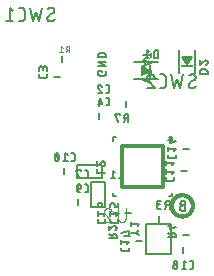
<source format=gbr>
G04 EAGLE Gerber RS-274X export*
G75*
%MOMM*%
%FSLAX34Y34*%
%LPD*%
%INSilkscreen Bottom*%
%IPPOS*%
%AMOC8*
5,1,8,0,0,1.08239X$1,22.5*%
G01*
%ADD10C,0.304800*%
%ADD11C,0.203200*%
%ADD12R,0.200000X1.000000*%
%ADD13C,0.152400*%
%ADD14C,0.127000*%
%ADD15C,0.101600*%
%ADD16R,1.000000X0.200000*%

G36*
X143372Y170080D02*
X143372Y170080D01*
X143399Y170080D01*
X143510Y170112D01*
X143623Y170138D01*
X143646Y170151D01*
X143672Y170159D01*
X143770Y170221D01*
X143871Y170277D01*
X143887Y170295D01*
X143912Y170310D01*
X144097Y170518D01*
X144101Y170522D01*
X146101Y173522D01*
X146132Y173586D01*
X146172Y173646D01*
X146193Y173714D01*
X146224Y173778D01*
X146236Y173849D01*
X146257Y173917D01*
X146259Y173988D01*
X146271Y174059D01*
X146263Y174130D01*
X146265Y174201D01*
X146247Y174270D01*
X146238Y174341D01*
X146211Y174407D01*
X146193Y174476D01*
X146156Y174537D01*
X146129Y174603D01*
X146084Y174659D01*
X146048Y174721D01*
X145996Y174770D01*
X145951Y174825D01*
X145893Y174866D01*
X145840Y174915D01*
X145777Y174948D01*
X145719Y174989D01*
X145651Y175012D01*
X145587Y175045D01*
X145528Y175055D01*
X145450Y175082D01*
X145331Y175088D01*
X145256Y175100D01*
X141256Y175100D01*
X141185Y175090D01*
X141113Y175090D01*
X141045Y175070D01*
X140975Y175060D01*
X140909Y175031D01*
X140840Y175011D01*
X140780Y174973D01*
X140715Y174944D01*
X140660Y174898D01*
X140600Y174860D01*
X140552Y174807D01*
X140498Y174761D01*
X140458Y174701D01*
X140411Y174647D01*
X140380Y174583D01*
X140341Y174524D01*
X140319Y174456D01*
X140288Y174391D01*
X140276Y174321D01*
X140255Y174253D01*
X140253Y174181D01*
X140241Y174111D01*
X140249Y174040D01*
X140247Y173969D01*
X140266Y173899D01*
X140274Y173828D01*
X140299Y173773D01*
X140319Y173694D01*
X140380Y173591D01*
X140411Y173522D01*
X142411Y170522D01*
X142488Y170435D01*
X142561Y170345D01*
X142583Y170330D01*
X142601Y170310D01*
X142698Y170248D01*
X142793Y170181D01*
X142819Y170173D01*
X142841Y170158D01*
X142952Y170126D01*
X143062Y170088D01*
X143089Y170087D01*
X143114Y170080D01*
X143230Y170080D01*
X143346Y170074D01*
X143372Y170080D01*
G37*
G36*
X106249Y161331D02*
X106249Y161331D01*
X106320Y161329D01*
X106390Y161348D01*
X106461Y161356D01*
X106516Y161381D01*
X106595Y161401D01*
X106698Y161462D01*
X106767Y161493D01*
X109767Y163493D01*
X109854Y163570D01*
X109944Y163643D01*
X109959Y163665D01*
X109979Y163683D01*
X110041Y163780D01*
X110108Y163875D01*
X110116Y163901D01*
X110131Y163923D01*
X110163Y164034D01*
X110201Y164144D01*
X110202Y164171D01*
X110209Y164196D01*
X110209Y164312D01*
X110215Y164428D01*
X110209Y164454D01*
X110209Y164481D01*
X110177Y164592D01*
X110151Y164705D01*
X110138Y164728D01*
X110130Y164754D01*
X110068Y164852D01*
X110012Y164953D01*
X109994Y164969D01*
X109979Y164994D01*
X109771Y165179D01*
X109767Y165183D01*
X106767Y167183D01*
X106703Y167214D01*
X106643Y167254D01*
X106575Y167275D01*
X106511Y167306D01*
X106440Y167318D01*
X106372Y167339D01*
X106301Y167341D01*
X106231Y167353D01*
X106159Y167345D01*
X106088Y167347D01*
X106019Y167329D01*
X105948Y167320D01*
X105882Y167293D01*
X105813Y167275D01*
X105752Y167238D01*
X105686Y167211D01*
X105630Y167166D01*
X105568Y167130D01*
X105519Y167078D01*
X105464Y167033D01*
X105423Y166975D01*
X105374Y166922D01*
X105341Y166859D01*
X105300Y166801D01*
X105277Y166733D01*
X105244Y166669D01*
X105234Y166610D01*
X105207Y166532D01*
X105201Y166413D01*
X105189Y166338D01*
X105189Y162338D01*
X105199Y162267D01*
X105199Y162195D01*
X105219Y162127D01*
X105229Y162057D01*
X105258Y161991D01*
X105278Y161922D01*
X105316Y161862D01*
X105345Y161797D01*
X105391Y161742D01*
X105429Y161682D01*
X105483Y161634D01*
X105529Y161580D01*
X105588Y161540D01*
X105642Y161493D01*
X105706Y161462D01*
X105765Y161423D01*
X105834Y161401D01*
X105898Y161370D01*
X105968Y161358D01*
X106036Y161337D01*
X106108Y161335D01*
X106179Y161323D01*
X106249Y161331D01*
G37*
D10*
X130085Y49911D02*
X130088Y50131D01*
X130096Y50352D01*
X130109Y50572D01*
X130128Y50791D01*
X130153Y51010D01*
X130182Y51229D01*
X130217Y51446D01*
X130258Y51663D01*
X130303Y51879D01*
X130354Y52093D01*
X130410Y52306D01*
X130472Y52518D01*
X130538Y52728D01*
X130610Y52936D01*
X130687Y53143D01*
X130769Y53347D01*
X130855Y53550D01*
X130947Y53750D01*
X131044Y53949D01*
X131145Y54144D01*
X131252Y54337D01*
X131363Y54528D01*
X131478Y54715D01*
X131598Y54900D01*
X131723Y55082D01*
X131852Y55260D01*
X131986Y55436D01*
X132123Y55608D01*
X132265Y55776D01*
X132411Y55942D01*
X132561Y56103D01*
X132715Y56261D01*
X132873Y56415D01*
X133034Y56565D01*
X133200Y56711D01*
X133368Y56853D01*
X133540Y56990D01*
X133716Y57124D01*
X133894Y57253D01*
X134076Y57378D01*
X134261Y57498D01*
X134448Y57613D01*
X134639Y57724D01*
X134832Y57831D01*
X135027Y57932D01*
X135226Y58029D01*
X135426Y58121D01*
X135629Y58207D01*
X135833Y58289D01*
X136040Y58366D01*
X136248Y58438D01*
X136458Y58504D01*
X136670Y58566D01*
X136883Y58622D01*
X137097Y58673D01*
X137313Y58718D01*
X137530Y58759D01*
X137747Y58794D01*
X137966Y58823D01*
X138185Y58848D01*
X138404Y58867D01*
X138624Y58880D01*
X138845Y58888D01*
X139065Y58891D01*
X139285Y58888D01*
X139506Y58880D01*
X139726Y58867D01*
X139945Y58848D01*
X140164Y58823D01*
X140383Y58794D01*
X140600Y58759D01*
X140817Y58718D01*
X141033Y58673D01*
X141247Y58622D01*
X141460Y58566D01*
X141672Y58504D01*
X141882Y58438D01*
X142090Y58366D01*
X142297Y58289D01*
X142501Y58207D01*
X142704Y58121D01*
X142904Y58029D01*
X143103Y57932D01*
X143298Y57831D01*
X143491Y57724D01*
X143682Y57613D01*
X143869Y57498D01*
X144054Y57378D01*
X144236Y57253D01*
X144414Y57124D01*
X144590Y56990D01*
X144762Y56853D01*
X144930Y56711D01*
X145096Y56565D01*
X145257Y56415D01*
X145415Y56261D01*
X145569Y56103D01*
X145719Y55942D01*
X145865Y55776D01*
X146007Y55608D01*
X146144Y55436D01*
X146278Y55260D01*
X146407Y55082D01*
X146532Y54900D01*
X146652Y54715D01*
X146767Y54528D01*
X146878Y54337D01*
X146985Y54144D01*
X147086Y53949D01*
X147183Y53750D01*
X147275Y53550D01*
X147361Y53347D01*
X147443Y53143D01*
X147520Y52936D01*
X147592Y52728D01*
X147658Y52518D01*
X147720Y52306D01*
X147776Y52093D01*
X147827Y51879D01*
X147872Y51663D01*
X147913Y51446D01*
X147948Y51229D01*
X147977Y51010D01*
X148002Y50791D01*
X148021Y50572D01*
X148034Y50352D01*
X148042Y50131D01*
X148045Y49911D01*
X148042Y49691D01*
X148034Y49470D01*
X148021Y49250D01*
X148002Y49031D01*
X147977Y48812D01*
X147948Y48593D01*
X147913Y48376D01*
X147872Y48159D01*
X147827Y47943D01*
X147776Y47729D01*
X147720Y47516D01*
X147658Y47304D01*
X147592Y47094D01*
X147520Y46886D01*
X147443Y46679D01*
X147361Y46475D01*
X147275Y46272D01*
X147183Y46072D01*
X147086Y45873D01*
X146985Y45678D01*
X146878Y45485D01*
X146767Y45294D01*
X146652Y45107D01*
X146532Y44922D01*
X146407Y44740D01*
X146278Y44562D01*
X146144Y44386D01*
X146007Y44214D01*
X145865Y44046D01*
X145719Y43880D01*
X145569Y43719D01*
X145415Y43561D01*
X145257Y43407D01*
X145096Y43257D01*
X144930Y43111D01*
X144762Y42969D01*
X144590Y42832D01*
X144414Y42698D01*
X144236Y42569D01*
X144054Y42444D01*
X143869Y42324D01*
X143682Y42209D01*
X143491Y42098D01*
X143298Y41991D01*
X143103Y41890D01*
X142904Y41793D01*
X142704Y41701D01*
X142501Y41615D01*
X142297Y41533D01*
X142090Y41456D01*
X141882Y41384D01*
X141672Y41318D01*
X141460Y41256D01*
X141247Y41200D01*
X141033Y41149D01*
X140817Y41104D01*
X140600Y41063D01*
X140383Y41028D01*
X140164Y40999D01*
X139945Y40974D01*
X139726Y40955D01*
X139506Y40942D01*
X139285Y40934D01*
X139065Y40931D01*
X138845Y40934D01*
X138624Y40942D01*
X138404Y40955D01*
X138185Y40974D01*
X137966Y40999D01*
X137747Y41028D01*
X137530Y41063D01*
X137313Y41104D01*
X137097Y41149D01*
X136883Y41200D01*
X136670Y41256D01*
X136458Y41318D01*
X136248Y41384D01*
X136040Y41456D01*
X135833Y41533D01*
X135629Y41615D01*
X135426Y41701D01*
X135226Y41793D01*
X135027Y41890D01*
X134832Y41991D01*
X134639Y42098D01*
X134448Y42209D01*
X134261Y42324D01*
X134076Y42444D01*
X133894Y42569D01*
X133716Y42698D01*
X133540Y42832D01*
X133368Y42969D01*
X133200Y43111D01*
X133034Y43257D01*
X132873Y43407D01*
X132715Y43561D01*
X132561Y43719D01*
X132411Y43880D01*
X132265Y44046D01*
X132123Y44214D01*
X131986Y44386D01*
X131852Y44562D01*
X131723Y44740D01*
X131598Y44922D01*
X131478Y45107D01*
X131363Y45294D01*
X131252Y45485D01*
X131145Y45678D01*
X131044Y45873D01*
X130947Y46072D01*
X130855Y46272D01*
X130769Y46475D01*
X130687Y46679D01*
X130610Y46886D01*
X130538Y47094D01*
X130472Y47304D01*
X130410Y47516D01*
X130354Y47729D01*
X130303Y47943D01*
X130258Y48159D01*
X130217Y48376D01*
X130182Y48593D01*
X130153Y48812D01*
X130128Y49031D01*
X130109Y49250D01*
X130096Y49470D01*
X130088Y49691D01*
X130085Y49911D01*
D11*
X139347Y50363D02*
X141605Y50363D01*
X139347Y50363D02*
X139254Y50361D01*
X139161Y50355D01*
X139068Y50346D01*
X138975Y50332D01*
X138884Y50315D01*
X138793Y50294D01*
X138703Y50269D01*
X138614Y50241D01*
X138526Y50209D01*
X138440Y50173D01*
X138355Y50134D01*
X138272Y50091D01*
X138191Y50045D01*
X138112Y49995D01*
X138035Y49943D01*
X137960Y49887D01*
X137888Y49828D01*
X137818Y49766D01*
X137750Y49702D01*
X137686Y49634D01*
X137624Y49564D01*
X137565Y49492D01*
X137509Y49417D01*
X137457Y49340D01*
X137407Y49261D01*
X137361Y49180D01*
X137318Y49097D01*
X137279Y49012D01*
X137243Y48926D01*
X137211Y48838D01*
X137183Y48749D01*
X137158Y48659D01*
X137137Y48568D01*
X137120Y48477D01*
X137106Y48384D01*
X137097Y48291D01*
X137091Y48198D01*
X137089Y48105D01*
X137091Y48012D01*
X137097Y47919D01*
X137106Y47826D01*
X137120Y47733D01*
X137137Y47642D01*
X137158Y47551D01*
X137183Y47461D01*
X137211Y47372D01*
X137243Y47284D01*
X137279Y47198D01*
X137318Y47113D01*
X137361Y47030D01*
X137407Y46949D01*
X137457Y46870D01*
X137509Y46793D01*
X137565Y46718D01*
X137624Y46646D01*
X137686Y46576D01*
X137750Y46508D01*
X137818Y46444D01*
X137888Y46382D01*
X137960Y46323D01*
X138035Y46267D01*
X138112Y46215D01*
X138191Y46165D01*
X138272Y46119D01*
X138355Y46076D01*
X138440Y46037D01*
X138526Y46001D01*
X138614Y45969D01*
X138703Y45941D01*
X138793Y45916D01*
X138884Y45895D01*
X138975Y45878D01*
X139068Y45864D01*
X139161Y45855D01*
X139254Y45849D01*
X139347Y45847D01*
X141605Y45847D01*
X141605Y53975D01*
X139347Y53975D01*
X139264Y53973D01*
X139180Y53967D01*
X139097Y53958D01*
X139015Y53944D01*
X138934Y53927D01*
X138853Y53906D01*
X138773Y53881D01*
X138695Y53853D01*
X138618Y53821D01*
X138542Y53786D01*
X138468Y53747D01*
X138396Y53704D01*
X138326Y53659D01*
X138259Y53610D01*
X138193Y53558D01*
X138130Y53504D01*
X138070Y53446D01*
X138012Y53386D01*
X137958Y53323D01*
X137906Y53257D01*
X137857Y53190D01*
X137812Y53120D01*
X137769Y53048D01*
X137730Y52974D01*
X137695Y52898D01*
X137663Y52821D01*
X137635Y52743D01*
X137610Y52663D01*
X137589Y52582D01*
X137572Y52501D01*
X137558Y52419D01*
X137549Y52336D01*
X137543Y52252D01*
X137541Y52169D01*
X137543Y52086D01*
X137549Y52002D01*
X137558Y51919D01*
X137572Y51837D01*
X137589Y51756D01*
X137610Y51675D01*
X137635Y51595D01*
X137663Y51517D01*
X137695Y51440D01*
X137730Y51364D01*
X137769Y51290D01*
X137812Y51218D01*
X137857Y51148D01*
X137906Y51081D01*
X137958Y51015D01*
X138012Y50952D01*
X138070Y50892D01*
X138130Y50834D01*
X138193Y50780D01*
X138259Y50728D01*
X138326Y50679D01*
X138396Y50634D01*
X138468Y50591D01*
X138542Y50552D01*
X138618Y50517D01*
X138695Y50485D01*
X138773Y50457D01*
X138853Y50432D01*
X138934Y50411D01*
X139015Y50394D01*
X139097Y50380D01*
X139180Y50371D01*
X139264Y50365D01*
X139347Y50363D01*
X118204Y171338D02*
X98204Y171338D01*
X98204Y157338D02*
X118204Y157338D01*
X110704Y164338D02*
X104704Y168338D01*
X104704Y160338D01*
X110704Y164338D01*
D12*
X111704Y164338D03*
D13*
X118442Y175100D02*
X118442Y181704D01*
X116608Y181704D01*
X116523Y181702D01*
X116439Y181696D01*
X116355Y181686D01*
X116271Y181673D01*
X116188Y181655D01*
X116106Y181634D01*
X116025Y181609D01*
X115945Y181580D01*
X115867Y181548D01*
X115791Y181512D01*
X115716Y181472D01*
X115643Y181429D01*
X115572Y181383D01*
X115503Y181334D01*
X115436Y181281D01*
X115372Y181225D01*
X115311Y181167D01*
X115253Y181106D01*
X115197Y181042D01*
X115144Y180975D01*
X115095Y180906D01*
X115049Y180835D01*
X115006Y180762D01*
X114966Y180687D01*
X114930Y180611D01*
X114898Y180533D01*
X114869Y180453D01*
X114844Y180372D01*
X114823Y180290D01*
X114805Y180207D01*
X114792Y180123D01*
X114782Y180039D01*
X114776Y179955D01*
X114774Y179870D01*
X114773Y179870D02*
X114773Y176934D01*
X114774Y176934D02*
X114776Y176849D01*
X114782Y176765D01*
X114792Y176681D01*
X114805Y176597D01*
X114823Y176514D01*
X114844Y176432D01*
X114869Y176351D01*
X114898Y176271D01*
X114930Y176193D01*
X114966Y176117D01*
X115006Y176042D01*
X115049Y175969D01*
X115095Y175898D01*
X115144Y175829D01*
X115197Y175762D01*
X115253Y175698D01*
X115311Y175637D01*
X115372Y175579D01*
X115436Y175523D01*
X115503Y175470D01*
X115572Y175421D01*
X115643Y175375D01*
X115716Y175332D01*
X115791Y175292D01*
X115867Y175256D01*
X115945Y175224D01*
X116025Y175195D01*
X116106Y175170D01*
X116188Y175149D01*
X116271Y175131D01*
X116355Y175118D01*
X116439Y175108D01*
X116523Y175102D01*
X116608Y175100D01*
X118442Y175100D01*
X110883Y180236D02*
X109049Y181704D01*
X109049Y175100D01*
X110883Y175100D02*
X107214Y175100D01*
D14*
X27305Y206375D02*
X27205Y206377D01*
X27106Y206383D01*
X27006Y206393D01*
X26908Y206406D01*
X26809Y206424D01*
X26712Y206445D01*
X26616Y206470D01*
X26520Y206499D01*
X26426Y206532D01*
X26333Y206568D01*
X26242Y206608D01*
X26152Y206652D01*
X26064Y206699D01*
X25978Y206749D01*
X25894Y206803D01*
X25812Y206860D01*
X25733Y206920D01*
X25655Y206984D01*
X25581Y207050D01*
X25509Y207119D01*
X25440Y207191D01*
X25374Y207265D01*
X25310Y207343D01*
X25250Y207422D01*
X25193Y207504D01*
X25139Y207588D01*
X25089Y207674D01*
X25042Y207762D01*
X24998Y207852D01*
X24958Y207943D01*
X24922Y208036D01*
X24889Y208130D01*
X24860Y208226D01*
X24835Y208322D01*
X24814Y208419D01*
X24796Y208518D01*
X24783Y208616D01*
X24773Y208716D01*
X24767Y208815D01*
X24765Y208915D01*
X27305Y206375D02*
X27446Y206377D01*
X27587Y206382D01*
X27728Y206392D01*
X27869Y206405D01*
X28009Y206421D01*
X28149Y206442D01*
X28288Y206466D01*
X28427Y206494D01*
X28564Y206525D01*
X28701Y206560D01*
X28837Y206598D01*
X28972Y206640D01*
X29105Y206686D01*
X29238Y206735D01*
X29369Y206788D01*
X29498Y206844D01*
X29627Y206903D01*
X29753Y206966D01*
X29878Y207032D01*
X30001Y207101D01*
X30122Y207174D01*
X30241Y207250D01*
X30359Y207329D01*
X30474Y207410D01*
X30586Y207495D01*
X30697Y207583D01*
X30805Y207674D01*
X30911Y207767D01*
X31014Y207864D01*
X31115Y207963D01*
X30798Y215265D02*
X30796Y215365D01*
X30790Y215464D01*
X30780Y215564D01*
X30767Y215662D01*
X30749Y215761D01*
X30728Y215858D01*
X30703Y215954D01*
X30674Y216050D01*
X30641Y216144D01*
X30605Y216237D01*
X30565Y216328D01*
X30521Y216418D01*
X30474Y216506D01*
X30424Y216592D01*
X30370Y216676D01*
X30313Y216758D01*
X30253Y216837D01*
X30189Y216915D01*
X30123Y216989D01*
X30054Y217061D01*
X29982Y217130D01*
X29908Y217196D01*
X29830Y217260D01*
X29751Y217320D01*
X29669Y217377D01*
X29585Y217431D01*
X29499Y217481D01*
X29411Y217528D01*
X29321Y217572D01*
X29230Y217612D01*
X29137Y217648D01*
X29043Y217681D01*
X28947Y217710D01*
X28851Y217735D01*
X28754Y217756D01*
X28655Y217774D01*
X28557Y217787D01*
X28457Y217797D01*
X28358Y217803D01*
X28258Y217805D01*
X28258Y217806D02*
X28125Y217804D01*
X27992Y217799D01*
X27859Y217789D01*
X27726Y217776D01*
X27594Y217759D01*
X27462Y217739D01*
X27331Y217715D01*
X27201Y217687D01*
X27071Y217656D01*
X26943Y217621D01*
X26815Y217582D01*
X26689Y217540D01*
X26564Y217494D01*
X26440Y217445D01*
X26317Y217393D01*
X26196Y217337D01*
X26077Y217277D01*
X25959Y217215D01*
X25844Y217149D01*
X25730Y217080D01*
X25618Y217007D01*
X25508Y216932D01*
X25400Y216853D01*
X29528Y213042D02*
X29612Y213094D01*
X29695Y213149D01*
X29775Y213208D01*
X29853Y213269D01*
X29928Y213333D01*
X30001Y213401D01*
X30072Y213471D01*
X30139Y213543D01*
X30204Y213618D01*
X30266Y213696D01*
X30325Y213776D01*
X30381Y213858D01*
X30433Y213942D01*
X30482Y214028D01*
X30528Y214116D01*
X30571Y214206D01*
X30610Y214297D01*
X30645Y214390D01*
X30677Y214484D01*
X30705Y214579D01*
X30730Y214675D01*
X30750Y214772D01*
X30768Y214870D01*
X30781Y214968D01*
X30790Y215067D01*
X30796Y215166D01*
X30798Y215265D01*
X26035Y211138D02*
X25951Y211086D01*
X25868Y211031D01*
X25788Y210972D01*
X25710Y210911D01*
X25635Y210847D01*
X25562Y210779D01*
X25491Y210709D01*
X25424Y210637D01*
X25359Y210562D01*
X25297Y210484D01*
X25238Y210404D01*
X25182Y210322D01*
X25130Y210238D01*
X25081Y210152D01*
X25035Y210064D01*
X24992Y209974D01*
X24953Y209883D01*
X24918Y209790D01*
X24886Y209696D01*
X24858Y209601D01*
X24833Y209505D01*
X24813Y209408D01*
X24795Y209310D01*
X24782Y209212D01*
X24773Y209113D01*
X24767Y209014D01*
X24765Y208915D01*
X26035Y211138D02*
X29528Y213043D01*
X20447Y217805D02*
X17907Y206375D01*
X15367Y213995D01*
X12827Y206375D01*
X10287Y217805D01*
X3085Y206375D02*
X545Y206375D01*
X3085Y206375D02*
X3185Y206377D01*
X3284Y206383D01*
X3384Y206393D01*
X3482Y206406D01*
X3581Y206424D01*
X3678Y206445D01*
X3774Y206470D01*
X3870Y206499D01*
X3964Y206532D01*
X4057Y206568D01*
X4148Y206608D01*
X4238Y206652D01*
X4326Y206699D01*
X4412Y206749D01*
X4496Y206803D01*
X4578Y206860D01*
X4657Y206920D01*
X4735Y206984D01*
X4809Y207050D01*
X4881Y207119D01*
X4950Y207191D01*
X5016Y207265D01*
X5080Y207343D01*
X5140Y207422D01*
X5197Y207504D01*
X5251Y207588D01*
X5301Y207674D01*
X5348Y207762D01*
X5392Y207852D01*
X5432Y207943D01*
X5468Y208036D01*
X5501Y208130D01*
X5530Y208226D01*
X5555Y208322D01*
X5576Y208419D01*
X5594Y208518D01*
X5607Y208616D01*
X5617Y208716D01*
X5623Y208815D01*
X5625Y208915D01*
X5625Y215265D01*
X5623Y215365D01*
X5617Y215464D01*
X5607Y215564D01*
X5594Y215662D01*
X5576Y215761D01*
X5555Y215858D01*
X5530Y215954D01*
X5501Y216050D01*
X5468Y216144D01*
X5432Y216237D01*
X5392Y216328D01*
X5348Y216418D01*
X5301Y216506D01*
X5251Y216592D01*
X5197Y216676D01*
X5140Y216758D01*
X5080Y216837D01*
X5016Y216915D01*
X4950Y216989D01*
X4881Y217061D01*
X4809Y217130D01*
X4735Y217196D01*
X4657Y217260D01*
X4578Y217320D01*
X4496Y217377D01*
X4412Y217431D01*
X4326Y217481D01*
X4238Y217528D01*
X4148Y217572D01*
X4057Y217612D01*
X3964Y217648D01*
X3870Y217681D01*
X3774Y217710D01*
X3678Y217735D01*
X3581Y217756D01*
X3482Y217774D01*
X3384Y217787D01*
X3284Y217797D01*
X3185Y217803D01*
X3085Y217805D01*
X545Y217805D01*
X-3937Y215265D02*
X-7112Y217805D01*
X-7112Y206375D01*
X-3937Y206375D02*
X-10287Y206375D01*
D11*
X49625Y73691D02*
X70771Y73691D01*
X70771Y84804D01*
X49625Y84805D01*
X49625Y73691D01*
D13*
X88481Y73152D02*
X88481Y79756D01*
X88481Y73152D02*
X85546Y73152D01*
X82409Y78288D02*
X80574Y79756D01*
X80574Y73152D01*
X78740Y73152D02*
X82409Y73152D01*
D11*
X50546Y67437D02*
X50546Y62357D01*
D13*
X56374Y73598D02*
X57841Y73598D01*
X57915Y73600D01*
X57990Y73606D01*
X58063Y73615D01*
X58137Y73628D01*
X58209Y73645D01*
X58280Y73665D01*
X58351Y73689D01*
X58420Y73717D01*
X58488Y73748D01*
X58553Y73782D01*
X58618Y73820D01*
X58680Y73861D01*
X58740Y73905D01*
X58797Y73952D01*
X58852Y74002D01*
X58905Y74055D01*
X58955Y74110D01*
X59002Y74167D01*
X59046Y74227D01*
X59087Y74289D01*
X59125Y74354D01*
X59159Y74420D01*
X59190Y74487D01*
X59218Y74556D01*
X59242Y74627D01*
X59262Y74698D01*
X59279Y74771D01*
X59292Y74844D01*
X59301Y74918D01*
X59307Y74992D01*
X59309Y75066D01*
X59309Y78734D01*
X59307Y78808D01*
X59301Y78883D01*
X59292Y78956D01*
X59279Y79029D01*
X59262Y79102D01*
X59242Y79173D01*
X59218Y79244D01*
X59190Y79313D01*
X59159Y79380D01*
X59125Y79446D01*
X59087Y79511D01*
X59046Y79573D01*
X59002Y79633D01*
X58955Y79690D01*
X58905Y79745D01*
X58852Y79798D01*
X58797Y79848D01*
X58740Y79895D01*
X58680Y79939D01*
X58618Y79980D01*
X58553Y80018D01*
X58488Y80052D01*
X58420Y80083D01*
X58351Y80111D01*
X58281Y80135D01*
X58209Y80155D01*
X58137Y80172D01*
X58063Y80185D01*
X57990Y80194D01*
X57915Y80200D01*
X57841Y80202D01*
X56374Y80202D01*
X53178Y80202D02*
X53178Y79468D01*
X53178Y80202D02*
X49509Y80202D01*
X51343Y73598D01*
D11*
X50673Y55499D02*
X50673Y50419D01*
D13*
X56501Y61660D02*
X57968Y61660D01*
X58042Y61662D01*
X58117Y61668D01*
X58190Y61677D01*
X58264Y61690D01*
X58336Y61707D01*
X58407Y61727D01*
X58478Y61751D01*
X58547Y61779D01*
X58615Y61810D01*
X58680Y61844D01*
X58745Y61882D01*
X58807Y61923D01*
X58867Y61967D01*
X58924Y62014D01*
X58979Y62064D01*
X59032Y62117D01*
X59082Y62172D01*
X59129Y62229D01*
X59173Y62289D01*
X59214Y62351D01*
X59252Y62416D01*
X59286Y62482D01*
X59317Y62549D01*
X59345Y62618D01*
X59369Y62689D01*
X59389Y62760D01*
X59406Y62833D01*
X59419Y62906D01*
X59428Y62980D01*
X59434Y63054D01*
X59436Y63128D01*
X59436Y66796D01*
X59434Y66870D01*
X59428Y66945D01*
X59419Y67018D01*
X59406Y67091D01*
X59389Y67164D01*
X59369Y67235D01*
X59345Y67306D01*
X59317Y67375D01*
X59286Y67442D01*
X59252Y67508D01*
X59214Y67573D01*
X59173Y67635D01*
X59129Y67695D01*
X59082Y67752D01*
X59032Y67807D01*
X58979Y67860D01*
X58924Y67910D01*
X58867Y67957D01*
X58807Y68001D01*
X58745Y68042D01*
X58680Y68080D01*
X58615Y68114D01*
X58547Y68145D01*
X58478Y68173D01*
X58408Y68197D01*
X58336Y68217D01*
X58264Y68234D01*
X58190Y68247D01*
X58117Y68256D01*
X58042Y68262D01*
X57968Y68264D01*
X56501Y68264D01*
X51837Y64595D02*
X49636Y64595D01*
X51837Y64595D02*
X51911Y64597D01*
X51986Y64603D01*
X52059Y64612D01*
X52133Y64625D01*
X52205Y64642D01*
X52276Y64662D01*
X52347Y64686D01*
X52416Y64714D01*
X52484Y64745D01*
X52549Y64779D01*
X52614Y64817D01*
X52676Y64858D01*
X52736Y64902D01*
X52793Y64949D01*
X52848Y64999D01*
X52901Y65052D01*
X52951Y65107D01*
X52998Y65164D01*
X53042Y65224D01*
X53083Y65286D01*
X53121Y65351D01*
X53155Y65417D01*
X53186Y65484D01*
X53214Y65553D01*
X53238Y65624D01*
X53258Y65695D01*
X53275Y65768D01*
X53288Y65841D01*
X53297Y65915D01*
X53303Y65989D01*
X53305Y66063D01*
X53305Y66430D01*
X53304Y66430D02*
X53302Y66515D01*
X53296Y66599D01*
X53286Y66683D01*
X53273Y66767D01*
X53255Y66850D01*
X53234Y66932D01*
X53209Y67013D01*
X53180Y67093D01*
X53148Y67171D01*
X53112Y67247D01*
X53072Y67322D01*
X53029Y67395D01*
X52983Y67466D01*
X52934Y67535D01*
X52881Y67602D01*
X52825Y67666D01*
X52767Y67727D01*
X52706Y67785D01*
X52642Y67841D01*
X52575Y67894D01*
X52506Y67943D01*
X52435Y67989D01*
X52362Y68032D01*
X52287Y68072D01*
X52211Y68108D01*
X52133Y68140D01*
X52053Y68169D01*
X51972Y68194D01*
X51890Y68215D01*
X51807Y68233D01*
X51723Y68246D01*
X51639Y68256D01*
X51555Y68262D01*
X51470Y68264D01*
X51385Y68262D01*
X51301Y68256D01*
X51217Y68246D01*
X51133Y68233D01*
X51050Y68215D01*
X50968Y68194D01*
X50887Y68169D01*
X50807Y68140D01*
X50729Y68108D01*
X50653Y68072D01*
X50578Y68032D01*
X50505Y67989D01*
X50434Y67943D01*
X50365Y67894D01*
X50298Y67841D01*
X50234Y67785D01*
X50173Y67727D01*
X50115Y67666D01*
X50059Y67602D01*
X50006Y67535D01*
X49957Y67466D01*
X49911Y67395D01*
X49868Y67322D01*
X49828Y67247D01*
X49792Y67171D01*
X49760Y67093D01*
X49731Y67013D01*
X49706Y66932D01*
X49685Y66850D01*
X49667Y66767D01*
X49654Y66683D01*
X49644Y66599D01*
X49638Y66515D01*
X49636Y66430D01*
X49636Y64595D01*
X49638Y64488D01*
X49644Y64381D01*
X49654Y64274D01*
X49667Y64168D01*
X49685Y64062D01*
X49706Y63957D01*
X49731Y63853D01*
X49760Y63749D01*
X49793Y63647D01*
X49830Y63547D01*
X49870Y63447D01*
X49914Y63349D01*
X49961Y63253D01*
X50012Y63159D01*
X50066Y63066D01*
X50123Y62976D01*
X50184Y62887D01*
X50248Y62801D01*
X50315Y62718D01*
X50385Y62636D01*
X50458Y62558D01*
X50534Y62482D01*
X50612Y62409D01*
X50694Y62339D01*
X50777Y62272D01*
X50863Y62208D01*
X50952Y62147D01*
X51042Y62090D01*
X51135Y62036D01*
X51229Y61985D01*
X51325Y61938D01*
X51423Y61894D01*
X51523Y61854D01*
X51623Y61817D01*
X51725Y61784D01*
X51829Y61755D01*
X51933Y61730D01*
X52038Y61709D01*
X52144Y61691D01*
X52250Y61678D01*
X52357Y61668D01*
X52464Y61662D01*
X52571Y61660D01*
D11*
X73248Y70009D02*
X73248Y48863D01*
X73248Y70009D02*
X62135Y70009D01*
X62134Y48863D01*
X73248Y48863D01*
D13*
X73787Y77978D02*
X67183Y77978D01*
X67183Y80913D01*
X73787Y86068D02*
X73785Y86147D01*
X73780Y86225D01*
X73770Y86303D01*
X73757Y86380D01*
X73740Y86457D01*
X73720Y86533D01*
X73696Y86608D01*
X73669Y86682D01*
X73638Y86754D01*
X73603Y86825D01*
X73566Y86894D01*
X73525Y86961D01*
X73481Y87026D01*
X73434Y87089D01*
X73384Y87149D01*
X73331Y87207D01*
X73275Y87263D01*
X73217Y87316D01*
X73157Y87366D01*
X73094Y87413D01*
X73029Y87457D01*
X72962Y87498D01*
X72893Y87535D01*
X72822Y87570D01*
X72750Y87601D01*
X72676Y87628D01*
X72601Y87652D01*
X72525Y87672D01*
X72448Y87689D01*
X72371Y87702D01*
X72293Y87712D01*
X72215Y87717D01*
X72136Y87719D01*
X73787Y86068D02*
X73785Y85979D01*
X73780Y85890D01*
X73770Y85802D01*
X73757Y85714D01*
X73741Y85627D01*
X73720Y85540D01*
X73696Y85455D01*
X73669Y85370D01*
X73638Y85287D01*
X73603Y85205D01*
X73565Y85124D01*
X73524Y85045D01*
X73480Y84969D01*
X73432Y84893D01*
X73381Y84820D01*
X73328Y84750D01*
X73271Y84681D01*
X73211Y84615D01*
X73149Y84552D01*
X73084Y84491D01*
X73017Y84433D01*
X72947Y84378D01*
X72875Y84325D01*
X72801Y84276D01*
X72725Y84230D01*
X72647Y84188D01*
X72567Y84148D01*
X72486Y84112D01*
X72403Y84079D01*
X72319Y84050D01*
X70852Y87168D02*
X70908Y87224D01*
X70967Y87278D01*
X71028Y87329D01*
X71092Y87378D01*
X71157Y87423D01*
X71225Y87466D01*
X71294Y87505D01*
X71365Y87542D01*
X71438Y87575D01*
X71512Y87604D01*
X71587Y87631D01*
X71663Y87654D01*
X71741Y87673D01*
X71819Y87689D01*
X71897Y87702D01*
X71977Y87711D01*
X72056Y87716D01*
X72136Y87718D01*
X70852Y87168D02*
X67183Y84050D01*
X67183Y87719D01*
D11*
X39370Y81788D02*
X39370Y76708D01*
D13*
X45198Y87949D02*
X46665Y87949D01*
X46739Y87951D01*
X46814Y87957D01*
X46887Y87966D01*
X46961Y87979D01*
X47033Y87996D01*
X47104Y88016D01*
X47175Y88040D01*
X47244Y88068D01*
X47312Y88099D01*
X47377Y88133D01*
X47442Y88171D01*
X47504Y88212D01*
X47564Y88256D01*
X47621Y88303D01*
X47676Y88353D01*
X47729Y88406D01*
X47779Y88461D01*
X47826Y88518D01*
X47870Y88578D01*
X47911Y88640D01*
X47949Y88705D01*
X47983Y88771D01*
X48014Y88838D01*
X48042Y88907D01*
X48066Y88978D01*
X48086Y89049D01*
X48103Y89122D01*
X48116Y89195D01*
X48125Y89269D01*
X48131Y89343D01*
X48133Y89417D01*
X48133Y93085D01*
X48131Y93159D01*
X48125Y93234D01*
X48116Y93307D01*
X48103Y93380D01*
X48086Y93453D01*
X48066Y93524D01*
X48042Y93595D01*
X48014Y93664D01*
X47983Y93731D01*
X47949Y93797D01*
X47911Y93862D01*
X47870Y93924D01*
X47826Y93984D01*
X47779Y94041D01*
X47729Y94096D01*
X47676Y94149D01*
X47621Y94199D01*
X47564Y94246D01*
X47504Y94290D01*
X47442Y94331D01*
X47377Y94369D01*
X47312Y94403D01*
X47244Y94434D01*
X47175Y94462D01*
X47105Y94486D01*
X47033Y94506D01*
X46961Y94523D01*
X46887Y94536D01*
X46814Y94545D01*
X46739Y94551D01*
X46665Y94553D01*
X45198Y94553D01*
X42002Y93085D02*
X40167Y94553D01*
X40167Y87949D01*
X38333Y87949D02*
X42002Y87949D01*
X34686Y91251D02*
X34684Y91396D01*
X34678Y91541D01*
X34669Y91686D01*
X34655Y91831D01*
X34638Y91975D01*
X34616Y92118D01*
X34591Y92262D01*
X34562Y92404D01*
X34530Y92545D01*
X34493Y92686D01*
X34453Y92825D01*
X34409Y92964D01*
X34362Y93101D01*
X34311Y93237D01*
X34256Y93371D01*
X34198Y93504D01*
X34136Y93636D01*
X34137Y93636D02*
X34111Y93705D01*
X34082Y93772D01*
X34049Y93838D01*
X34013Y93901D01*
X33973Y93963D01*
X33930Y94022D01*
X33884Y94079D01*
X33835Y94133D01*
X33783Y94185D01*
X33728Y94234D01*
X33671Y94279D01*
X33611Y94322D01*
X33549Y94361D01*
X33486Y94397D01*
X33420Y94430D01*
X33353Y94458D01*
X33284Y94484D01*
X33214Y94505D01*
X33143Y94523D01*
X33071Y94536D01*
X32998Y94546D01*
X32925Y94552D01*
X32852Y94554D01*
X32852Y94553D02*
X32779Y94551D01*
X32706Y94545D01*
X32633Y94535D01*
X32562Y94522D01*
X32490Y94504D01*
X32420Y94483D01*
X32352Y94457D01*
X32284Y94429D01*
X32219Y94396D01*
X32155Y94360D01*
X32093Y94321D01*
X32034Y94279D01*
X31977Y94233D01*
X31922Y94184D01*
X31870Y94133D01*
X31821Y94078D01*
X31775Y94021D01*
X31732Y93962D01*
X31692Y93901D01*
X31656Y93837D01*
X31623Y93772D01*
X31594Y93705D01*
X31568Y93636D01*
X31567Y93636D02*
X31505Y93504D01*
X31447Y93371D01*
X31392Y93237D01*
X31341Y93101D01*
X31294Y92964D01*
X31250Y92825D01*
X31210Y92686D01*
X31173Y92545D01*
X31141Y92404D01*
X31112Y92262D01*
X31087Y92119D01*
X31065Y91975D01*
X31048Y91831D01*
X31034Y91686D01*
X31025Y91541D01*
X31019Y91396D01*
X31017Y91251D01*
X34686Y91251D02*
X34684Y91106D01*
X34678Y90961D01*
X34669Y90816D01*
X34655Y90671D01*
X34638Y90527D01*
X34616Y90384D01*
X34591Y90241D01*
X34563Y90098D01*
X34530Y89957D01*
X34493Y89816D01*
X34453Y89677D01*
X34409Y89538D01*
X34362Y89401D01*
X34311Y89265D01*
X34256Y89131D01*
X34198Y88998D01*
X34136Y88866D01*
X34137Y88867D02*
X34111Y88798D01*
X34082Y88731D01*
X34049Y88665D01*
X34013Y88602D01*
X33973Y88540D01*
X33930Y88481D01*
X33884Y88424D01*
X33835Y88370D01*
X33783Y88318D01*
X33728Y88269D01*
X33671Y88224D01*
X33611Y88181D01*
X33549Y88142D01*
X33486Y88106D01*
X33420Y88073D01*
X33353Y88045D01*
X33284Y88019D01*
X33214Y87998D01*
X33143Y87980D01*
X33071Y87967D01*
X32998Y87957D01*
X32925Y87951D01*
X32852Y87949D01*
X31568Y88866D02*
X31506Y88998D01*
X31448Y89131D01*
X31393Y89265D01*
X31342Y89401D01*
X31295Y89538D01*
X31251Y89677D01*
X31211Y89816D01*
X31174Y89957D01*
X31142Y90098D01*
X31113Y90240D01*
X31088Y90383D01*
X31066Y90527D01*
X31049Y90671D01*
X31035Y90816D01*
X31026Y90961D01*
X31020Y91106D01*
X31018Y91251D01*
X31568Y88866D02*
X31594Y88797D01*
X31623Y88730D01*
X31656Y88665D01*
X31692Y88601D01*
X31732Y88540D01*
X31775Y88481D01*
X31821Y88424D01*
X31870Y88369D01*
X31922Y88318D01*
X31977Y88269D01*
X32034Y88223D01*
X32093Y88181D01*
X32155Y88142D01*
X32219Y88106D01*
X32284Y88073D01*
X32352Y88045D01*
X32420Y88019D01*
X32490Y87998D01*
X32562Y87980D01*
X32633Y87967D01*
X32706Y87957D01*
X32779Y87951D01*
X32852Y87949D01*
X34319Y89417D02*
X31384Y93085D01*
D11*
X137922Y79375D02*
X143002Y79375D01*
D13*
X125157Y73958D02*
X125157Y72490D01*
X125159Y72416D01*
X125165Y72341D01*
X125174Y72268D01*
X125187Y72194D01*
X125204Y72122D01*
X125224Y72051D01*
X125248Y71980D01*
X125276Y71911D01*
X125307Y71844D01*
X125341Y71778D01*
X125379Y71713D01*
X125420Y71651D01*
X125464Y71591D01*
X125511Y71534D01*
X125561Y71479D01*
X125614Y71426D01*
X125669Y71376D01*
X125726Y71329D01*
X125786Y71285D01*
X125848Y71244D01*
X125913Y71206D01*
X125979Y71172D01*
X126046Y71141D01*
X126115Y71113D01*
X126186Y71089D01*
X126257Y71069D01*
X126329Y71052D01*
X126403Y71039D01*
X126476Y71030D01*
X126551Y71024D01*
X126625Y71022D01*
X130293Y71022D01*
X130367Y71024D01*
X130442Y71030D01*
X130515Y71039D01*
X130589Y71052D01*
X130661Y71069D01*
X130732Y71089D01*
X130803Y71113D01*
X130872Y71141D01*
X130939Y71172D01*
X131005Y71206D01*
X131070Y71244D01*
X131132Y71285D01*
X131192Y71329D01*
X131249Y71376D01*
X131304Y71426D01*
X131357Y71479D01*
X131407Y71534D01*
X131454Y71591D01*
X131498Y71651D01*
X131539Y71713D01*
X131577Y71778D01*
X131611Y71843D01*
X131642Y71911D01*
X131670Y71980D01*
X131694Y72051D01*
X131714Y72122D01*
X131731Y72194D01*
X131744Y72268D01*
X131753Y72341D01*
X131759Y72416D01*
X131761Y72490D01*
X131761Y73958D01*
X130293Y77154D02*
X131761Y78988D01*
X125157Y78988D01*
X125157Y77154D02*
X125157Y80823D01*
X130293Y84469D02*
X131761Y86304D01*
X125157Y86304D01*
X125157Y88138D02*
X125157Y84469D01*
D11*
X139827Y98425D02*
X144907Y98425D01*
D13*
X127062Y93008D02*
X127062Y91540D01*
X127064Y91466D01*
X127070Y91391D01*
X127079Y91318D01*
X127092Y91244D01*
X127109Y91172D01*
X127129Y91101D01*
X127153Y91030D01*
X127181Y90961D01*
X127212Y90894D01*
X127246Y90828D01*
X127284Y90763D01*
X127325Y90701D01*
X127369Y90641D01*
X127416Y90584D01*
X127466Y90529D01*
X127519Y90476D01*
X127574Y90426D01*
X127631Y90379D01*
X127691Y90335D01*
X127753Y90294D01*
X127818Y90256D01*
X127884Y90222D01*
X127951Y90191D01*
X128020Y90163D01*
X128091Y90139D01*
X128162Y90119D01*
X128234Y90102D01*
X128308Y90089D01*
X128381Y90080D01*
X128456Y90074D01*
X128530Y90072D01*
X132198Y90072D01*
X132272Y90074D01*
X132347Y90080D01*
X132420Y90089D01*
X132494Y90102D01*
X132566Y90119D01*
X132637Y90139D01*
X132708Y90163D01*
X132777Y90191D01*
X132844Y90222D01*
X132910Y90256D01*
X132975Y90294D01*
X133037Y90335D01*
X133097Y90379D01*
X133154Y90426D01*
X133209Y90476D01*
X133262Y90529D01*
X133312Y90584D01*
X133359Y90641D01*
X133403Y90701D01*
X133444Y90763D01*
X133482Y90828D01*
X133516Y90893D01*
X133547Y90961D01*
X133575Y91030D01*
X133599Y91101D01*
X133619Y91172D01*
X133636Y91244D01*
X133649Y91318D01*
X133658Y91391D01*
X133664Y91466D01*
X133666Y91540D01*
X133666Y93008D01*
X132198Y96204D02*
X133666Y98038D01*
X127062Y98038D01*
X127062Y96204D02*
X127062Y99873D01*
X128530Y103519D02*
X133666Y104987D01*
X128530Y103519D02*
X128530Y107188D01*
X129997Y106087D02*
X127062Y106087D01*
D11*
X96012Y43815D02*
X90932Y43815D01*
D13*
X78167Y38398D02*
X78167Y36930D01*
X78169Y36856D01*
X78175Y36781D01*
X78184Y36708D01*
X78197Y36634D01*
X78214Y36562D01*
X78234Y36491D01*
X78258Y36420D01*
X78286Y36351D01*
X78317Y36284D01*
X78351Y36218D01*
X78389Y36153D01*
X78430Y36091D01*
X78474Y36031D01*
X78521Y35974D01*
X78571Y35919D01*
X78624Y35866D01*
X78679Y35816D01*
X78736Y35769D01*
X78796Y35725D01*
X78858Y35684D01*
X78923Y35646D01*
X78989Y35612D01*
X79056Y35581D01*
X79125Y35553D01*
X79196Y35529D01*
X79267Y35509D01*
X79339Y35492D01*
X79413Y35479D01*
X79486Y35470D01*
X79561Y35464D01*
X79635Y35462D01*
X83303Y35462D01*
X83377Y35464D01*
X83452Y35470D01*
X83525Y35479D01*
X83599Y35492D01*
X83671Y35509D01*
X83742Y35529D01*
X83813Y35553D01*
X83882Y35581D01*
X83949Y35612D01*
X84015Y35646D01*
X84080Y35684D01*
X84142Y35725D01*
X84202Y35769D01*
X84259Y35816D01*
X84314Y35866D01*
X84367Y35919D01*
X84417Y35974D01*
X84464Y36031D01*
X84508Y36091D01*
X84549Y36153D01*
X84587Y36218D01*
X84621Y36283D01*
X84652Y36351D01*
X84680Y36420D01*
X84704Y36491D01*
X84724Y36562D01*
X84741Y36634D01*
X84754Y36708D01*
X84763Y36781D01*
X84769Y36856D01*
X84771Y36930D01*
X84771Y38398D01*
X83303Y41594D02*
X84771Y43428D01*
X78167Y43428D01*
X78167Y41594D02*
X78167Y45263D01*
X78167Y48909D02*
X78167Y51110D01*
X78169Y51184D01*
X78175Y51259D01*
X78184Y51332D01*
X78197Y51406D01*
X78214Y51478D01*
X78234Y51549D01*
X78258Y51620D01*
X78286Y51689D01*
X78317Y51756D01*
X78351Y51822D01*
X78389Y51887D01*
X78430Y51949D01*
X78474Y52009D01*
X78521Y52066D01*
X78571Y52121D01*
X78624Y52174D01*
X78679Y52224D01*
X78736Y52271D01*
X78796Y52315D01*
X78858Y52356D01*
X78923Y52394D01*
X78988Y52428D01*
X79056Y52459D01*
X79125Y52487D01*
X79196Y52511D01*
X79267Y52531D01*
X79339Y52548D01*
X79413Y52561D01*
X79486Y52570D01*
X79561Y52576D01*
X79635Y52578D01*
X80368Y52578D01*
X80442Y52576D01*
X80517Y52570D01*
X80590Y52561D01*
X80664Y52548D01*
X80736Y52531D01*
X80807Y52511D01*
X80878Y52487D01*
X80947Y52459D01*
X81014Y52428D01*
X81080Y52394D01*
X81145Y52356D01*
X81207Y52315D01*
X81267Y52271D01*
X81324Y52224D01*
X81379Y52174D01*
X81432Y52121D01*
X81482Y52066D01*
X81529Y52009D01*
X81573Y51949D01*
X81614Y51887D01*
X81652Y51822D01*
X81686Y51756D01*
X81717Y51689D01*
X81745Y51620D01*
X81769Y51549D01*
X81789Y51478D01*
X81806Y51406D01*
X81819Y51332D01*
X81828Y51259D01*
X81834Y51184D01*
X81836Y51110D01*
X81836Y48909D01*
X84771Y48909D01*
X84771Y52578D01*
D11*
X85217Y43815D02*
X80137Y43815D01*
D13*
X67372Y38398D02*
X67372Y36930D01*
X67374Y36856D01*
X67380Y36781D01*
X67389Y36708D01*
X67402Y36634D01*
X67419Y36562D01*
X67439Y36491D01*
X67463Y36420D01*
X67491Y36351D01*
X67522Y36284D01*
X67556Y36218D01*
X67594Y36153D01*
X67635Y36091D01*
X67679Y36031D01*
X67726Y35974D01*
X67776Y35919D01*
X67829Y35866D01*
X67884Y35816D01*
X67941Y35769D01*
X68001Y35725D01*
X68063Y35684D01*
X68128Y35646D01*
X68194Y35612D01*
X68261Y35581D01*
X68330Y35553D01*
X68401Y35529D01*
X68472Y35509D01*
X68544Y35492D01*
X68618Y35479D01*
X68691Y35470D01*
X68766Y35464D01*
X68840Y35462D01*
X72508Y35462D01*
X72582Y35464D01*
X72657Y35470D01*
X72730Y35479D01*
X72804Y35492D01*
X72876Y35509D01*
X72947Y35529D01*
X73018Y35553D01*
X73087Y35581D01*
X73154Y35612D01*
X73220Y35646D01*
X73285Y35684D01*
X73347Y35725D01*
X73407Y35769D01*
X73464Y35816D01*
X73519Y35866D01*
X73572Y35919D01*
X73622Y35974D01*
X73669Y36031D01*
X73713Y36091D01*
X73754Y36153D01*
X73792Y36218D01*
X73826Y36283D01*
X73857Y36351D01*
X73885Y36420D01*
X73909Y36491D01*
X73929Y36562D01*
X73946Y36634D01*
X73959Y36708D01*
X73968Y36781D01*
X73974Y36856D01*
X73976Y36930D01*
X73976Y38398D01*
X72508Y41594D02*
X73976Y43428D01*
X67372Y43428D01*
X67372Y41594D02*
X67372Y45263D01*
X71041Y48909D02*
X71041Y51110D01*
X71039Y51184D01*
X71033Y51259D01*
X71024Y51332D01*
X71011Y51406D01*
X70994Y51478D01*
X70974Y51549D01*
X70950Y51620D01*
X70922Y51689D01*
X70891Y51756D01*
X70857Y51822D01*
X70819Y51887D01*
X70778Y51949D01*
X70734Y52009D01*
X70687Y52066D01*
X70637Y52121D01*
X70584Y52174D01*
X70529Y52224D01*
X70472Y52271D01*
X70412Y52315D01*
X70350Y52356D01*
X70285Y52394D01*
X70219Y52428D01*
X70152Y52459D01*
X70083Y52487D01*
X70012Y52511D01*
X69941Y52531D01*
X69869Y52548D01*
X69795Y52561D01*
X69722Y52570D01*
X69647Y52576D01*
X69573Y52578D01*
X69206Y52578D01*
X69121Y52576D01*
X69037Y52570D01*
X68953Y52560D01*
X68869Y52547D01*
X68786Y52529D01*
X68704Y52508D01*
X68623Y52483D01*
X68543Y52454D01*
X68465Y52422D01*
X68389Y52386D01*
X68314Y52346D01*
X68241Y52303D01*
X68170Y52257D01*
X68101Y52208D01*
X68034Y52155D01*
X67970Y52099D01*
X67909Y52041D01*
X67851Y51980D01*
X67795Y51916D01*
X67742Y51849D01*
X67693Y51780D01*
X67647Y51709D01*
X67604Y51636D01*
X67564Y51561D01*
X67528Y51485D01*
X67496Y51407D01*
X67467Y51327D01*
X67442Y51246D01*
X67421Y51164D01*
X67403Y51081D01*
X67390Y50997D01*
X67380Y50913D01*
X67374Y50829D01*
X67372Y50744D01*
X67374Y50659D01*
X67380Y50575D01*
X67390Y50491D01*
X67403Y50407D01*
X67421Y50324D01*
X67442Y50242D01*
X67467Y50161D01*
X67496Y50081D01*
X67528Y50003D01*
X67564Y49927D01*
X67604Y49852D01*
X67647Y49779D01*
X67693Y49708D01*
X67742Y49639D01*
X67795Y49572D01*
X67851Y49508D01*
X67909Y49447D01*
X67970Y49389D01*
X68034Y49333D01*
X68101Y49280D01*
X68170Y49231D01*
X68241Y49185D01*
X68314Y49142D01*
X68389Y49102D01*
X68465Y49066D01*
X68543Y49034D01*
X68623Y49005D01*
X68704Y48980D01*
X68786Y48959D01*
X68869Y48941D01*
X68953Y48928D01*
X69037Y48918D01*
X69121Y48912D01*
X69206Y48910D01*
X69206Y48909D02*
X71041Y48909D01*
X71148Y48911D01*
X71255Y48917D01*
X71362Y48927D01*
X71468Y48940D01*
X71574Y48958D01*
X71679Y48979D01*
X71783Y49004D01*
X71887Y49033D01*
X71989Y49066D01*
X72089Y49103D01*
X72189Y49143D01*
X72287Y49187D01*
X72383Y49234D01*
X72477Y49285D01*
X72570Y49339D01*
X72660Y49396D01*
X72749Y49457D01*
X72835Y49521D01*
X72918Y49588D01*
X73000Y49658D01*
X73078Y49731D01*
X73154Y49807D01*
X73227Y49885D01*
X73297Y49967D01*
X73364Y50050D01*
X73428Y50136D01*
X73489Y50225D01*
X73546Y50315D01*
X73600Y50408D01*
X73651Y50502D01*
X73698Y50598D01*
X73742Y50696D01*
X73782Y50796D01*
X73819Y50896D01*
X73852Y50998D01*
X73881Y51102D01*
X73906Y51206D01*
X73927Y51311D01*
X73945Y51417D01*
X73958Y51523D01*
X73968Y51630D01*
X73974Y51737D01*
X73976Y51844D01*
D14*
X108245Y34471D02*
X108245Y9471D01*
X129245Y9471D01*
X129245Y34471D01*
X108245Y34471D01*
D13*
X102703Y25178D02*
X99584Y27379D01*
X102703Y29581D01*
X99584Y27379D02*
X96099Y27379D01*
X101235Y32860D02*
X102703Y34695D01*
X96099Y34695D01*
X96099Y36529D02*
X96099Y32860D01*
D11*
X100330Y19812D02*
X105410Y19812D01*
D13*
X87565Y14395D02*
X87565Y12927D01*
X87567Y12853D01*
X87573Y12778D01*
X87582Y12705D01*
X87595Y12631D01*
X87612Y12559D01*
X87632Y12488D01*
X87656Y12417D01*
X87684Y12348D01*
X87715Y12281D01*
X87749Y12215D01*
X87787Y12150D01*
X87828Y12088D01*
X87872Y12028D01*
X87919Y11971D01*
X87969Y11916D01*
X88022Y11863D01*
X88077Y11813D01*
X88134Y11766D01*
X88194Y11722D01*
X88256Y11681D01*
X88321Y11643D01*
X88387Y11609D01*
X88454Y11578D01*
X88523Y11550D01*
X88594Y11526D01*
X88665Y11506D01*
X88737Y11489D01*
X88811Y11476D01*
X88884Y11467D01*
X88959Y11461D01*
X89033Y11459D01*
X92701Y11459D01*
X92775Y11461D01*
X92850Y11467D01*
X92923Y11476D01*
X92997Y11489D01*
X93069Y11506D01*
X93140Y11526D01*
X93211Y11550D01*
X93280Y11578D01*
X93347Y11609D01*
X93413Y11643D01*
X93478Y11681D01*
X93540Y11722D01*
X93600Y11766D01*
X93657Y11813D01*
X93712Y11863D01*
X93765Y11916D01*
X93815Y11971D01*
X93862Y12028D01*
X93906Y12088D01*
X93947Y12150D01*
X93985Y12215D01*
X94019Y12280D01*
X94050Y12348D01*
X94078Y12417D01*
X94102Y12488D01*
X94122Y12559D01*
X94139Y12631D01*
X94152Y12705D01*
X94161Y12778D01*
X94167Y12853D01*
X94169Y12927D01*
X94169Y14395D01*
X92701Y17591D02*
X94169Y19425D01*
X87565Y19425D01*
X87565Y17591D02*
X87565Y21260D01*
X93435Y24906D02*
X94169Y24906D01*
X94169Y28575D01*
X87565Y26741D01*
D11*
X140081Y14732D02*
X140081Y9652D01*
D13*
X145498Y-3113D02*
X146966Y-3113D01*
X147040Y-3111D01*
X147115Y-3105D01*
X147188Y-3096D01*
X147262Y-3083D01*
X147334Y-3066D01*
X147405Y-3046D01*
X147476Y-3022D01*
X147545Y-2994D01*
X147612Y-2963D01*
X147678Y-2929D01*
X147743Y-2891D01*
X147805Y-2850D01*
X147865Y-2806D01*
X147922Y-2759D01*
X147977Y-2709D01*
X148030Y-2656D01*
X148080Y-2601D01*
X148127Y-2544D01*
X148171Y-2484D01*
X148212Y-2422D01*
X148250Y-2357D01*
X148284Y-2291D01*
X148315Y-2224D01*
X148343Y-2155D01*
X148367Y-2084D01*
X148387Y-2013D01*
X148404Y-1941D01*
X148417Y-1867D01*
X148426Y-1794D01*
X148432Y-1719D01*
X148434Y-1645D01*
X148434Y2023D01*
X148432Y2097D01*
X148426Y2172D01*
X148417Y2245D01*
X148404Y2318D01*
X148387Y2391D01*
X148367Y2462D01*
X148343Y2533D01*
X148315Y2602D01*
X148284Y2669D01*
X148250Y2735D01*
X148212Y2800D01*
X148171Y2862D01*
X148127Y2922D01*
X148080Y2979D01*
X148030Y3034D01*
X147977Y3087D01*
X147922Y3137D01*
X147865Y3184D01*
X147805Y3228D01*
X147743Y3269D01*
X147678Y3307D01*
X147613Y3341D01*
X147545Y3372D01*
X147476Y3400D01*
X147406Y3424D01*
X147334Y3444D01*
X147262Y3461D01*
X147188Y3474D01*
X147115Y3483D01*
X147040Y3489D01*
X146966Y3491D01*
X145498Y3491D01*
X142302Y2023D02*
X140468Y3491D01*
X140468Y-3113D01*
X142302Y-3113D02*
X138633Y-3113D01*
X134986Y-1279D02*
X134984Y-1194D01*
X134978Y-1110D01*
X134968Y-1026D01*
X134955Y-942D01*
X134937Y-859D01*
X134916Y-777D01*
X134891Y-696D01*
X134862Y-616D01*
X134830Y-538D01*
X134794Y-462D01*
X134754Y-387D01*
X134711Y-314D01*
X134665Y-243D01*
X134616Y-174D01*
X134563Y-107D01*
X134507Y-43D01*
X134449Y18D01*
X134388Y76D01*
X134324Y132D01*
X134257Y185D01*
X134188Y234D01*
X134117Y280D01*
X134044Y323D01*
X133969Y363D01*
X133893Y399D01*
X133815Y431D01*
X133735Y460D01*
X133654Y485D01*
X133572Y506D01*
X133489Y524D01*
X133405Y537D01*
X133321Y547D01*
X133237Y553D01*
X133152Y555D01*
X133067Y553D01*
X132983Y547D01*
X132899Y537D01*
X132815Y524D01*
X132732Y506D01*
X132650Y485D01*
X132569Y460D01*
X132489Y431D01*
X132411Y399D01*
X132335Y363D01*
X132260Y323D01*
X132187Y280D01*
X132116Y234D01*
X132047Y185D01*
X131980Y132D01*
X131916Y76D01*
X131855Y18D01*
X131797Y-43D01*
X131741Y-107D01*
X131688Y-174D01*
X131639Y-243D01*
X131593Y-314D01*
X131550Y-387D01*
X131510Y-462D01*
X131474Y-538D01*
X131442Y-616D01*
X131413Y-696D01*
X131388Y-777D01*
X131367Y-859D01*
X131349Y-942D01*
X131336Y-1026D01*
X131326Y-1110D01*
X131320Y-1194D01*
X131318Y-1279D01*
X131320Y-1364D01*
X131326Y-1448D01*
X131336Y-1532D01*
X131349Y-1616D01*
X131367Y-1699D01*
X131388Y-1781D01*
X131413Y-1862D01*
X131442Y-1942D01*
X131474Y-2020D01*
X131510Y-2096D01*
X131550Y-2171D01*
X131593Y-2244D01*
X131639Y-2315D01*
X131688Y-2384D01*
X131741Y-2451D01*
X131797Y-2515D01*
X131855Y-2576D01*
X131916Y-2634D01*
X131980Y-2690D01*
X132047Y-2743D01*
X132116Y-2792D01*
X132187Y-2838D01*
X132260Y-2881D01*
X132335Y-2921D01*
X132411Y-2957D01*
X132489Y-2989D01*
X132569Y-3018D01*
X132650Y-3043D01*
X132732Y-3064D01*
X132815Y-3082D01*
X132899Y-3095D01*
X132983Y-3105D01*
X133067Y-3111D01*
X133152Y-3113D01*
X133237Y-3111D01*
X133321Y-3105D01*
X133405Y-3095D01*
X133489Y-3082D01*
X133572Y-3064D01*
X133654Y-3043D01*
X133735Y-3018D01*
X133815Y-2989D01*
X133893Y-2957D01*
X133969Y-2921D01*
X134044Y-2881D01*
X134117Y-2838D01*
X134188Y-2792D01*
X134257Y-2743D01*
X134324Y-2690D01*
X134388Y-2634D01*
X134449Y-2576D01*
X134507Y-2515D01*
X134563Y-2451D01*
X134616Y-2384D01*
X134665Y-2315D01*
X134711Y-2244D01*
X134754Y-2171D01*
X134794Y-2096D01*
X134830Y-2020D01*
X134862Y-1942D01*
X134891Y-1862D01*
X134916Y-1781D01*
X134937Y-1699D01*
X134955Y-1616D01*
X134968Y-1532D01*
X134978Y-1448D01*
X134984Y-1364D01*
X134986Y-1279D01*
X134620Y2023D02*
X134618Y2099D01*
X134612Y2174D01*
X134603Y2249D01*
X134589Y2323D01*
X134572Y2397D01*
X134550Y2469D01*
X134526Y2541D01*
X134497Y2611D01*
X134465Y2679D01*
X134430Y2746D01*
X134391Y2811D01*
X134348Y2874D01*
X134303Y2934D01*
X134255Y2992D01*
X134203Y3048D01*
X134149Y3100D01*
X134092Y3150D01*
X134033Y3197D01*
X133972Y3241D01*
X133908Y3282D01*
X133842Y3319D01*
X133774Y3353D01*
X133705Y3383D01*
X133634Y3410D01*
X133562Y3433D01*
X133489Y3452D01*
X133415Y3467D01*
X133340Y3479D01*
X133265Y3487D01*
X133190Y3491D01*
X133114Y3491D01*
X133039Y3487D01*
X132964Y3479D01*
X132889Y3467D01*
X132815Y3452D01*
X132742Y3433D01*
X132670Y3410D01*
X132599Y3383D01*
X132530Y3353D01*
X132462Y3319D01*
X132396Y3282D01*
X132332Y3241D01*
X132271Y3197D01*
X132212Y3150D01*
X132155Y3100D01*
X132101Y3048D01*
X132049Y2992D01*
X132001Y2934D01*
X131956Y2874D01*
X131913Y2811D01*
X131874Y2746D01*
X131839Y2679D01*
X131807Y2611D01*
X131778Y2541D01*
X131754Y2469D01*
X131732Y2397D01*
X131715Y2323D01*
X131701Y2249D01*
X131692Y2174D01*
X131686Y2099D01*
X131684Y2023D01*
X131686Y1947D01*
X131692Y1872D01*
X131701Y1797D01*
X131715Y1723D01*
X131732Y1649D01*
X131754Y1577D01*
X131778Y1505D01*
X131807Y1435D01*
X131839Y1367D01*
X131874Y1300D01*
X131913Y1235D01*
X131956Y1172D01*
X132001Y1112D01*
X132049Y1054D01*
X132101Y998D01*
X132155Y946D01*
X132212Y896D01*
X132271Y849D01*
X132332Y805D01*
X132396Y764D01*
X132462Y727D01*
X132530Y693D01*
X132599Y663D01*
X132670Y636D01*
X132742Y613D01*
X132815Y594D01*
X132889Y579D01*
X132964Y567D01*
X133039Y559D01*
X133114Y555D01*
X133190Y555D01*
X133265Y559D01*
X133340Y567D01*
X133415Y579D01*
X133489Y594D01*
X133562Y613D01*
X133634Y636D01*
X133705Y663D01*
X133774Y693D01*
X133842Y727D01*
X133908Y764D01*
X133972Y805D01*
X134033Y849D01*
X134092Y896D01*
X134149Y946D01*
X134203Y998D01*
X134255Y1054D01*
X134303Y1112D01*
X134348Y1172D01*
X134391Y1235D01*
X134430Y1300D01*
X134465Y1367D01*
X134497Y1435D01*
X134526Y1505D01*
X134550Y1577D01*
X134572Y1649D01*
X134589Y1723D01*
X134603Y1797D01*
X134612Y1872D01*
X134618Y1947D01*
X134620Y2023D01*
D11*
X119634Y36322D02*
X119634Y41402D01*
D13*
X128397Y47563D02*
X128397Y54167D01*
X126563Y54167D01*
X126478Y54165D01*
X126394Y54159D01*
X126310Y54149D01*
X126226Y54136D01*
X126143Y54118D01*
X126061Y54097D01*
X125980Y54072D01*
X125900Y54043D01*
X125822Y54011D01*
X125746Y53975D01*
X125671Y53935D01*
X125598Y53892D01*
X125527Y53846D01*
X125458Y53797D01*
X125391Y53744D01*
X125327Y53688D01*
X125266Y53630D01*
X125208Y53569D01*
X125152Y53505D01*
X125099Y53438D01*
X125050Y53369D01*
X125004Y53298D01*
X124961Y53225D01*
X124921Y53150D01*
X124885Y53074D01*
X124853Y52996D01*
X124824Y52916D01*
X124799Y52835D01*
X124778Y52753D01*
X124760Y52670D01*
X124747Y52586D01*
X124737Y52502D01*
X124731Y52418D01*
X124729Y52333D01*
X124731Y52248D01*
X124737Y52164D01*
X124747Y52080D01*
X124760Y51996D01*
X124778Y51913D01*
X124799Y51831D01*
X124824Y51750D01*
X124853Y51670D01*
X124885Y51592D01*
X124921Y51516D01*
X124961Y51441D01*
X125004Y51368D01*
X125050Y51297D01*
X125099Y51228D01*
X125152Y51161D01*
X125208Y51097D01*
X125266Y51036D01*
X125327Y50978D01*
X125391Y50922D01*
X125458Y50869D01*
X125527Y50820D01*
X125598Y50774D01*
X125671Y50731D01*
X125746Y50691D01*
X125822Y50655D01*
X125900Y50623D01*
X125980Y50594D01*
X126061Y50569D01*
X126143Y50548D01*
X126226Y50530D01*
X126310Y50517D01*
X126394Y50507D01*
X126478Y50501D01*
X126563Y50499D01*
X126563Y50498D02*
X128397Y50498D01*
X126196Y50498D02*
X124728Y47563D01*
X121161Y47563D02*
X119326Y47563D01*
X119241Y47565D01*
X119157Y47571D01*
X119073Y47581D01*
X118989Y47594D01*
X118906Y47612D01*
X118824Y47633D01*
X118743Y47658D01*
X118663Y47687D01*
X118585Y47719D01*
X118509Y47755D01*
X118434Y47795D01*
X118361Y47838D01*
X118290Y47884D01*
X118221Y47933D01*
X118154Y47986D01*
X118090Y48042D01*
X118029Y48100D01*
X117971Y48161D01*
X117915Y48225D01*
X117862Y48292D01*
X117813Y48361D01*
X117767Y48432D01*
X117724Y48505D01*
X117684Y48580D01*
X117648Y48656D01*
X117616Y48734D01*
X117587Y48814D01*
X117562Y48895D01*
X117541Y48977D01*
X117523Y49060D01*
X117510Y49144D01*
X117500Y49228D01*
X117494Y49312D01*
X117492Y49397D01*
X117494Y49482D01*
X117500Y49566D01*
X117510Y49650D01*
X117523Y49734D01*
X117541Y49817D01*
X117562Y49899D01*
X117587Y49980D01*
X117616Y50060D01*
X117648Y50138D01*
X117684Y50214D01*
X117724Y50289D01*
X117767Y50362D01*
X117813Y50433D01*
X117862Y50502D01*
X117915Y50569D01*
X117971Y50633D01*
X118029Y50694D01*
X118090Y50752D01*
X118154Y50808D01*
X118221Y50861D01*
X118290Y50910D01*
X118361Y50956D01*
X118434Y50999D01*
X118509Y51039D01*
X118585Y51075D01*
X118663Y51107D01*
X118743Y51136D01*
X118824Y51161D01*
X118906Y51182D01*
X118989Y51200D01*
X119073Y51213D01*
X119157Y51223D01*
X119241Y51229D01*
X119326Y51231D01*
X118959Y54167D02*
X121161Y54167D01*
X118959Y54167D02*
X118883Y54165D01*
X118808Y54159D01*
X118733Y54150D01*
X118659Y54136D01*
X118585Y54119D01*
X118513Y54097D01*
X118441Y54073D01*
X118371Y54044D01*
X118303Y54012D01*
X118236Y53977D01*
X118171Y53938D01*
X118108Y53895D01*
X118048Y53850D01*
X117990Y53802D01*
X117934Y53750D01*
X117882Y53696D01*
X117832Y53639D01*
X117785Y53580D01*
X117741Y53519D01*
X117700Y53455D01*
X117663Y53389D01*
X117629Y53321D01*
X117599Y53252D01*
X117572Y53181D01*
X117549Y53109D01*
X117530Y53036D01*
X117515Y52962D01*
X117503Y52887D01*
X117495Y52812D01*
X117491Y52737D01*
X117491Y52661D01*
X117495Y52586D01*
X117503Y52511D01*
X117515Y52436D01*
X117530Y52362D01*
X117549Y52289D01*
X117572Y52217D01*
X117599Y52146D01*
X117629Y52077D01*
X117663Y52009D01*
X117700Y51943D01*
X117741Y51879D01*
X117785Y51818D01*
X117832Y51759D01*
X117882Y51702D01*
X117934Y51648D01*
X117990Y51596D01*
X118048Y51548D01*
X118108Y51503D01*
X118171Y51460D01*
X118236Y51421D01*
X118303Y51386D01*
X118371Y51354D01*
X118441Y51325D01*
X118513Y51301D01*
X118585Y51279D01*
X118659Y51262D01*
X118733Y51248D01*
X118808Y51239D01*
X118883Y51233D01*
X118959Y51231D01*
X118959Y51232D02*
X120427Y51232D01*
D11*
X35560Y159385D02*
X30480Y159385D01*
D13*
X17715Y159815D02*
X17715Y161283D01*
X17715Y159815D02*
X17717Y159741D01*
X17723Y159666D01*
X17732Y159593D01*
X17745Y159519D01*
X17762Y159447D01*
X17782Y159376D01*
X17806Y159305D01*
X17834Y159236D01*
X17865Y159169D01*
X17899Y159103D01*
X17937Y159038D01*
X17978Y158976D01*
X18022Y158916D01*
X18069Y158859D01*
X18119Y158804D01*
X18172Y158751D01*
X18227Y158701D01*
X18284Y158654D01*
X18344Y158610D01*
X18406Y158569D01*
X18471Y158531D01*
X18537Y158497D01*
X18604Y158466D01*
X18673Y158438D01*
X18744Y158414D01*
X18815Y158394D01*
X18887Y158377D01*
X18961Y158364D01*
X19034Y158355D01*
X19109Y158349D01*
X19183Y158347D01*
X19183Y158348D02*
X22851Y158348D01*
X22851Y158347D02*
X22925Y158349D01*
X23000Y158355D01*
X23073Y158364D01*
X23147Y158377D01*
X23219Y158394D01*
X23290Y158414D01*
X23361Y158438D01*
X23430Y158466D01*
X23497Y158497D01*
X23563Y158531D01*
X23628Y158569D01*
X23690Y158610D01*
X23750Y158654D01*
X23807Y158701D01*
X23862Y158751D01*
X23915Y158804D01*
X23965Y158859D01*
X24012Y158916D01*
X24056Y158976D01*
X24097Y159038D01*
X24135Y159103D01*
X24169Y159168D01*
X24200Y159236D01*
X24228Y159305D01*
X24252Y159376D01*
X24272Y159447D01*
X24289Y159519D01*
X24302Y159593D01*
X24311Y159666D01*
X24317Y159741D01*
X24319Y159815D01*
X24319Y161283D01*
X17715Y164479D02*
X17715Y166314D01*
X17717Y166399D01*
X17723Y166483D01*
X17733Y166567D01*
X17746Y166651D01*
X17764Y166734D01*
X17785Y166816D01*
X17810Y166897D01*
X17839Y166977D01*
X17871Y167055D01*
X17907Y167131D01*
X17947Y167206D01*
X17990Y167279D01*
X18036Y167350D01*
X18085Y167419D01*
X18138Y167486D01*
X18194Y167550D01*
X18252Y167611D01*
X18313Y167669D01*
X18377Y167725D01*
X18444Y167778D01*
X18513Y167827D01*
X18584Y167873D01*
X18657Y167916D01*
X18732Y167956D01*
X18808Y167992D01*
X18886Y168024D01*
X18966Y168053D01*
X19047Y168078D01*
X19129Y168099D01*
X19212Y168117D01*
X19296Y168130D01*
X19380Y168140D01*
X19464Y168146D01*
X19549Y168148D01*
X19634Y168146D01*
X19718Y168140D01*
X19802Y168130D01*
X19886Y168117D01*
X19969Y168099D01*
X20051Y168078D01*
X20132Y168053D01*
X20212Y168024D01*
X20290Y167992D01*
X20366Y167956D01*
X20441Y167916D01*
X20514Y167873D01*
X20585Y167827D01*
X20654Y167778D01*
X20721Y167725D01*
X20785Y167669D01*
X20846Y167611D01*
X20904Y167550D01*
X20960Y167486D01*
X21013Y167419D01*
X21062Y167350D01*
X21108Y167279D01*
X21151Y167206D01*
X21191Y167131D01*
X21227Y167055D01*
X21259Y166977D01*
X21288Y166897D01*
X21313Y166816D01*
X21334Y166734D01*
X21352Y166651D01*
X21365Y166567D01*
X21375Y166483D01*
X21381Y166399D01*
X21383Y166314D01*
X24319Y166680D02*
X24319Y164479D01*
X24319Y166680D02*
X24317Y166756D01*
X24311Y166831D01*
X24302Y166906D01*
X24288Y166980D01*
X24271Y167054D01*
X24249Y167126D01*
X24225Y167198D01*
X24196Y167268D01*
X24164Y167336D01*
X24129Y167403D01*
X24090Y167468D01*
X24047Y167531D01*
X24002Y167591D01*
X23954Y167649D01*
X23902Y167705D01*
X23848Y167757D01*
X23791Y167807D01*
X23732Y167854D01*
X23671Y167898D01*
X23607Y167939D01*
X23541Y167976D01*
X23473Y168010D01*
X23404Y168040D01*
X23333Y168067D01*
X23261Y168090D01*
X23188Y168109D01*
X23114Y168124D01*
X23039Y168136D01*
X22964Y168144D01*
X22889Y168148D01*
X22813Y168148D01*
X22738Y168144D01*
X22663Y168136D01*
X22588Y168124D01*
X22514Y168109D01*
X22441Y168090D01*
X22369Y168067D01*
X22298Y168040D01*
X22229Y168010D01*
X22161Y167976D01*
X22095Y167939D01*
X22031Y167898D01*
X21970Y167854D01*
X21911Y167807D01*
X21854Y167757D01*
X21800Y167705D01*
X21748Y167649D01*
X21700Y167591D01*
X21655Y167531D01*
X21612Y167468D01*
X21573Y167403D01*
X21538Y167336D01*
X21506Y167268D01*
X21477Y167198D01*
X21453Y167126D01*
X21431Y167054D01*
X21414Y166980D01*
X21400Y166906D01*
X21391Y166831D01*
X21385Y166756D01*
X21383Y166680D01*
X21384Y166680D02*
X21384Y165213D01*
D11*
X37465Y172085D02*
X37465Y177165D01*
D15*
X43307Y179896D02*
X43307Y184976D01*
X41896Y184976D01*
X41822Y184974D01*
X41749Y184968D01*
X41675Y184959D01*
X41603Y184945D01*
X41531Y184928D01*
X41460Y184907D01*
X41390Y184882D01*
X41322Y184854D01*
X41255Y184822D01*
X41191Y184787D01*
X41128Y184748D01*
X41067Y184707D01*
X41008Y184662D01*
X40952Y184614D01*
X40898Y184563D01*
X40847Y184509D01*
X40799Y184453D01*
X40754Y184394D01*
X40713Y184333D01*
X40674Y184271D01*
X40639Y184206D01*
X40607Y184139D01*
X40579Y184071D01*
X40554Y184001D01*
X40533Y183930D01*
X40516Y183858D01*
X40502Y183786D01*
X40493Y183712D01*
X40487Y183639D01*
X40485Y183565D01*
X40487Y183491D01*
X40493Y183418D01*
X40502Y183344D01*
X40516Y183272D01*
X40533Y183200D01*
X40554Y183129D01*
X40579Y183059D01*
X40607Y182991D01*
X40639Y182924D01*
X40674Y182860D01*
X40713Y182797D01*
X40754Y182736D01*
X40799Y182677D01*
X40847Y182621D01*
X40898Y182567D01*
X40952Y182516D01*
X41008Y182468D01*
X41067Y182423D01*
X41128Y182382D01*
X41190Y182343D01*
X41255Y182308D01*
X41322Y182276D01*
X41390Y182248D01*
X41460Y182223D01*
X41531Y182202D01*
X41603Y182185D01*
X41675Y182171D01*
X41749Y182162D01*
X41822Y182156D01*
X41896Y182154D01*
X43307Y182154D01*
X41614Y182154D02*
X40485Y179896D01*
X37875Y183847D02*
X36464Y184976D01*
X36464Y179896D01*
X37875Y179896D02*
X35053Y179896D01*
D14*
X144399Y152400D02*
X144401Y152300D01*
X144407Y152201D01*
X144417Y152101D01*
X144430Y152003D01*
X144448Y151904D01*
X144469Y151807D01*
X144494Y151711D01*
X144523Y151615D01*
X144556Y151521D01*
X144592Y151428D01*
X144632Y151337D01*
X144676Y151247D01*
X144723Y151159D01*
X144773Y151073D01*
X144827Y150989D01*
X144884Y150907D01*
X144944Y150828D01*
X145008Y150750D01*
X145074Y150676D01*
X145143Y150604D01*
X145215Y150535D01*
X145289Y150469D01*
X145367Y150405D01*
X145446Y150345D01*
X145528Y150288D01*
X145612Y150234D01*
X145698Y150184D01*
X145786Y150137D01*
X145876Y150093D01*
X145967Y150053D01*
X146060Y150017D01*
X146154Y149984D01*
X146250Y149955D01*
X146346Y149930D01*
X146443Y149909D01*
X146542Y149891D01*
X146640Y149878D01*
X146740Y149868D01*
X146839Y149862D01*
X146939Y149860D01*
X147080Y149862D01*
X147221Y149867D01*
X147362Y149877D01*
X147503Y149890D01*
X147643Y149906D01*
X147783Y149927D01*
X147922Y149951D01*
X148061Y149979D01*
X148198Y150010D01*
X148335Y150045D01*
X148471Y150083D01*
X148606Y150125D01*
X148739Y150171D01*
X148872Y150220D01*
X149003Y150273D01*
X149132Y150329D01*
X149261Y150388D01*
X149387Y150451D01*
X149512Y150517D01*
X149635Y150586D01*
X149756Y150659D01*
X149875Y150735D01*
X149993Y150814D01*
X150108Y150895D01*
X150220Y150980D01*
X150331Y151068D01*
X150439Y151159D01*
X150545Y151252D01*
X150648Y151349D01*
X150749Y151448D01*
X150432Y158750D02*
X150430Y158850D01*
X150424Y158949D01*
X150414Y159049D01*
X150401Y159147D01*
X150383Y159246D01*
X150362Y159343D01*
X150337Y159439D01*
X150308Y159535D01*
X150275Y159629D01*
X150239Y159722D01*
X150199Y159813D01*
X150155Y159903D01*
X150108Y159991D01*
X150058Y160077D01*
X150004Y160161D01*
X149947Y160243D01*
X149887Y160322D01*
X149823Y160400D01*
X149757Y160474D01*
X149688Y160546D01*
X149616Y160615D01*
X149542Y160681D01*
X149464Y160745D01*
X149385Y160805D01*
X149303Y160862D01*
X149219Y160916D01*
X149133Y160966D01*
X149045Y161013D01*
X148955Y161057D01*
X148864Y161097D01*
X148771Y161133D01*
X148677Y161166D01*
X148581Y161195D01*
X148485Y161220D01*
X148388Y161241D01*
X148289Y161259D01*
X148191Y161272D01*
X148091Y161282D01*
X147992Y161288D01*
X147892Y161290D01*
X147892Y161291D02*
X147759Y161289D01*
X147626Y161284D01*
X147493Y161274D01*
X147360Y161261D01*
X147228Y161244D01*
X147096Y161224D01*
X146965Y161200D01*
X146835Y161172D01*
X146705Y161141D01*
X146577Y161106D01*
X146449Y161067D01*
X146323Y161025D01*
X146198Y160979D01*
X146074Y160930D01*
X145951Y160878D01*
X145830Y160822D01*
X145711Y160762D01*
X145593Y160700D01*
X145478Y160634D01*
X145364Y160565D01*
X145252Y160492D01*
X145142Y160417D01*
X145034Y160338D01*
X149162Y156527D02*
X149246Y156579D01*
X149329Y156634D01*
X149409Y156693D01*
X149487Y156754D01*
X149562Y156818D01*
X149635Y156886D01*
X149706Y156956D01*
X149773Y157028D01*
X149838Y157103D01*
X149900Y157181D01*
X149959Y157261D01*
X150015Y157343D01*
X150067Y157427D01*
X150116Y157513D01*
X150162Y157601D01*
X150205Y157691D01*
X150244Y157782D01*
X150279Y157875D01*
X150311Y157969D01*
X150339Y158064D01*
X150364Y158160D01*
X150384Y158257D01*
X150402Y158355D01*
X150415Y158453D01*
X150424Y158552D01*
X150430Y158651D01*
X150432Y158750D01*
X145669Y154623D02*
X145585Y154571D01*
X145502Y154516D01*
X145422Y154457D01*
X145344Y154396D01*
X145269Y154332D01*
X145196Y154264D01*
X145125Y154194D01*
X145058Y154122D01*
X144993Y154047D01*
X144931Y153969D01*
X144872Y153889D01*
X144816Y153807D01*
X144764Y153723D01*
X144715Y153637D01*
X144669Y153549D01*
X144626Y153459D01*
X144587Y153368D01*
X144552Y153275D01*
X144520Y153181D01*
X144492Y153086D01*
X144467Y152990D01*
X144447Y152893D01*
X144429Y152795D01*
X144416Y152697D01*
X144407Y152598D01*
X144401Y152499D01*
X144399Y152400D01*
X145669Y154623D02*
X149162Y156528D01*
X140081Y161290D02*
X137541Y149860D01*
X135001Y157480D01*
X132461Y149860D01*
X129921Y161290D01*
X122719Y149860D02*
X120179Y149860D01*
X122719Y149860D02*
X122819Y149862D01*
X122918Y149868D01*
X123018Y149878D01*
X123116Y149891D01*
X123215Y149909D01*
X123312Y149930D01*
X123408Y149955D01*
X123504Y149984D01*
X123598Y150017D01*
X123691Y150053D01*
X123782Y150093D01*
X123872Y150137D01*
X123960Y150184D01*
X124046Y150234D01*
X124130Y150288D01*
X124212Y150345D01*
X124291Y150405D01*
X124369Y150469D01*
X124443Y150535D01*
X124515Y150604D01*
X124584Y150676D01*
X124650Y150750D01*
X124714Y150828D01*
X124774Y150907D01*
X124831Y150989D01*
X124885Y151073D01*
X124935Y151159D01*
X124982Y151247D01*
X125026Y151337D01*
X125066Y151428D01*
X125102Y151521D01*
X125135Y151615D01*
X125164Y151711D01*
X125189Y151807D01*
X125210Y151904D01*
X125228Y152003D01*
X125241Y152101D01*
X125251Y152201D01*
X125257Y152300D01*
X125259Y152400D01*
X125259Y158750D01*
X125257Y158850D01*
X125251Y158949D01*
X125241Y159049D01*
X125228Y159147D01*
X125210Y159246D01*
X125189Y159343D01*
X125164Y159439D01*
X125135Y159535D01*
X125102Y159629D01*
X125066Y159722D01*
X125026Y159813D01*
X124982Y159903D01*
X124935Y159991D01*
X124885Y160077D01*
X124831Y160161D01*
X124774Y160243D01*
X124714Y160322D01*
X124650Y160400D01*
X124584Y160474D01*
X124515Y160546D01*
X124443Y160615D01*
X124369Y160681D01*
X124291Y160745D01*
X124212Y160805D01*
X124130Y160862D01*
X124046Y160916D01*
X123960Y160966D01*
X123872Y161013D01*
X123782Y161057D01*
X123691Y161097D01*
X123598Y161133D01*
X123504Y161166D01*
X123408Y161195D01*
X123312Y161220D01*
X123215Y161241D01*
X123116Y161259D01*
X123018Y161272D01*
X122918Y161282D01*
X122819Y161288D01*
X122719Y161290D01*
X120179Y161290D01*
X112205Y161291D02*
X112101Y161289D01*
X111996Y161283D01*
X111892Y161274D01*
X111789Y161261D01*
X111686Y161243D01*
X111584Y161223D01*
X111482Y161198D01*
X111382Y161170D01*
X111282Y161138D01*
X111184Y161102D01*
X111087Y161063D01*
X110992Y161021D01*
X110898Y160975D01*
X110806Y160925D01*
X110716Y160873D01*
X110628Y160817D01*
X110542Y160757D01*
X110458Y160695D01*
X110377Y160630D01*
X110298Y160562D01*
X110221Y160490D01*
X110148Y160417D01*
X110076Y160340D01*
X110008Y160261D01*
X109943Y160180D01*
X109881Y160096D01*
X109821Y160010D01*
X109765Y159922D01*
X109713Y159832D01*
X109663Y159740D01*
X109617Y159646D01*
X109575Y159551D01*
X109536Y159454D01*
X109500Y159356D01*
X109468Y159256D01*
X109440Y159156D01*
X109415Y159054D01*
X109395Y158952D01*
X109377Y158849D01*
X109364Y158746D01*
X109355Y158642D01*
X109349Y158537D01*
X109347Y158433D01*
X112205Y161290D02*
X112323Y161288D01*
X112442Y161282D01*
X112560Y161273D01*
X112677Y161260D01*
X112794Y161242D01*
X112911Y161222D01*
X113027Y161197D01*
X113142Y161169D01*
X113255Y161136D01*
X113368Y161101D01*
X113480Y161061D01*
X113590Y161019D01*
X113699Y160972D01*
X113807Y160922D01*
X113912Y160869D01*
X114016Y160812D01*
X114118Y160752D01*
X114218Y160689D01*
X114316Y160622D01*
X114412Y160553D01*
X114505Y160480D01*
X114596Y160404D01*
X114685Y160326D01*
X114771Y160244D01*
X114854Y160160D01*
X114935Y160074D01*
X115012Y159984D01*
X115087Y159893D01*
X115159Y159799D01*
X115228Y159702D01*
X115293Y159604D01*
X115356Y159503D01*
X115415Y159400D01*
X115471Y159296D01*
X115523Y159190D01*
X115572Y159082D01*
X115617Y158973D01*
X115659Y158862D01*
X115697Y158750D01*
X110299Y156211D02*
X110223Y156286D01*
X110148Y156365D01*
X110077Y156446D01*
X110008Y156530D01*
X109943Y156616D01*
X109881Y156704D01*
X109821Y156794D01*
X109765Y156886D01*
X109712Y156981D01*
X109663Y157077D01*
X109617Y157175D01*
X109574Y157274D01*
X109535Y157375D01*
X109500Y157477D01*
X109468Y157580D01*
X109440Y157684D01*
X109415Y157789D01*
X109394Y157896D01*
X109377Y158002D01*
X109364Y158109D01*
X109355Y158217D01*
X109349Y158325D01*
X109347Y158433D01*
X110300Y156210D02*
X115697Y149860D01*
X109347Y149860D01*
D13*
X112522Y154084D02*
X105918Y156286D01*
X112522Y158487D01*
X109587Y162192D02*
X109587Y164026D01*
X109586Y164026D02*
X109584Y164111D01*
X109578Y164195D01*
X109568Y164279D01*
X109555Y164363D01*
X109537Y164446D01*
X109516Y164528D01*
X109491Y164609D01*
X109462Y164689D01*
X109430Y164767D01*
X109394Y164843D01*
X109354Y164918D01*
X109311Y164991D01*
X109265Y165062D01*
X109216Y165131D01*
X109163Y165198D01*
X109107Y165262D01*
X109049Y165323D01*
X108988Y165381D01*
X108924Y165437D01*
X108857Y165490D01*
X108788Y165539D01*
X108717Y165585D01*
X108644Y165628D01*
X108569Y165668D01*
X108493Y165704D01*
X108415Y165736D01*
X108335Y165765D01*
X108254Y165790D01*
X108172Y165811D01*
X108089Y165829D01*
X108005Y165842D01*
X107921Y165852D01*
X107837Y165858D01*
X107752Y165860D01*
X107667Y165858D01*
X107583Y165852D01*
X107499Y165842D01*
X107415Y165829D01*
X107332Y165811D01*
X107250Y165790D01*
X107169Y165765D01*
X107089Y165736D01*
X107011Y165704D01*
X106935Y165668D01*
X106860Y165628D01*
X106787Y165585D01*
X106716Y165539D01*
X106647Y165490D01*
X106580Y165437D01*
X106516Y165381D01*
X106455Y165323D01*
X106397Y165262D01*
X106341Y165198D01*
X106288Y165131D01*
X106239Y165062D01*
X106193Y164991D01*
X106150Y164918D01*
X106110Y164843D01*
X106074Y164767D01*
X106042Y164689D01*
X106013Y164609D01*
X105988Y164528D01*
X105967Y164446D01*
X105949Y164363D01*
X105936Y164279D01*
X105926Y164195D01*
X105920Y164111D01*
X105918Y164026D01*
X105918Y162192D01*
X112522Y162192D01*
X112522Y164026D01*
X112520Y164102D01*
X112514Y164177D01*
X112505Y164252D01*
X112491Y164326D01*
X112474Y164400D01*
X112452Y164472D01*
X112428Y164544D01*
X112399Y164614D01*
X112367Y164682D01*
X112332Y164749D01*
X112293Y164814D01*
X112250Y164877D01*
X112205Y164937D01*
X112157Y164995D01*
X112105Y165051D01*
X112051Y165103D01*
X111994Y165153D01*
X111935Y165200D01*
X111874Y165244D01*
X111810Y165285D01*
X111744Y165322D01*
X111676Y165356D01*
X111607Y165386D01*
X111536Y165413D01*
X111464Y165436D01*
X111391Y165455D01*
X111317Y165470D01*
X111242Y165482D01*
X111167Y165490D01*
X111092Y165494D01*
X111016Y165494D01*
X110941Y165490D01*
X110866Y165482D01*
X110791Y165470D01*
X110717Y165455D01*
X110644Y165436D01*
X110572Y165413D01*
X110501Y165386D01*
X110432Y165356D01*
X110364Y165322D01*
X110298Y165285D01*
X110234Y165244D01*
X110173Y165200D01*
X110114Y165153D01*
X110057Y165103D01*
X110003Y165051D01*
X109951Y164995D01*
X109903Y164937D01*
X109858Y164877D01*
X109815Y164814D01*
X109776Y164749D01*
X109741Y164682D01*
X109709Y164614D01*
X109680Y164544D01*
X109656Y164472D01*
X109634Y164400D01*
X109617Y164326D01*
X109603Y164252D01*
X109594Y164177D01*
X109588Y164102D01*
X109586Y164026D01*
X105918Y168715D02*
X112522Y170916D01*
X105918Y173117D01*
X107569Y172567D02*
X107569Y169265D01*
X105918Y177744D02*
X112522Y177744D01*
X112522Y179578D02*
X112522Y175909D01*
X71487Y163972D02*
X71487Y162872D01*
X71487Y163972D02*
X67818Y163972D01*
X67818Y161771D01*
X67820Y161697D01*
X67826Y161622D01*
X67835Y161549D01*
X67848Y161475D01*
X67865Y161403D01*
X67885Y161332D01*
X67909Y161261D01*
X67937Y161192D01*
X67968Y161125D01*
X68002Y161059D01*
X68040Y160994D01*
X68081Y160932D01*
X68125Y160872D01*
X68172Y160815D01*
X68222Y160760D01*
X68275Y160707D01*
X68330Y160657D01*
X68387Y160610D01*
X68447Y160566D01*
X68509Y160525D01*
X68574Y160487D01*
X68640Y160453D01*
X68707Y160422D01*
X68776Y160394D01*
X68847Y160370D01*
X68918Y160350D01*
X68990Y160333D01*
X69064Y160320D01*
X69137Y160311D01*
X69212Y160305D01*
X69286Y160303D01*
X72954Y160303D01*
X73028Y160305D01*
X73103Y160311D01*
X73176Y160320D01*
X73250Y160333D01*
X73322Y160350D01*
X73393Y160370D01*
X73464Y160394D01*
X73533Y160422D01*
X73600Y160453D01*
X73666Y160487D01*
X73731Y160525D01*
X73793Y160566D01*
X73853Y160610D01*
X73910Y160657D01*
X73965Y160707D01*
X74018Y160760D01*
X74068Y160815D01*
X74115Y160872D01*
X74159Y160932D01*
X74200Y160994D01*
X74238Y161059D01*
X74272Y161124D01*
X74303Y161192D01*
X74331Y161261D01*
X74355Y161332D01*
X74375Y161403D01*
X74392Y161475D01*
X74405Y161549D01*
X74414Y161622D01*
X74420Y161697D01*
X74422Y161771D01*
X74422Y163972D01*
X74422Y168106D02*
X67818Y168106D01*
X67818Y171775D02*
X74422Y168106D01*
X74422Y171775D02*
X67818Y171775D01*
X67818Y175909D02*
X74422Y175909D01*
X74422Y177744D01*
X74420Y177829D01*
X74414Y177913D01*
X74404Y177997D01*
X74391Y178081D01*
X74373Y178164D01*
X74352Y178246D01*
X74327Y178327D01*
X74298Y178407D01*
X74266Y178485D01*
X74230Y178561D01*
X74190Y178636D01*
X74147Y178709D01*
X74101Y178780D01*
X74052Y178849D01*
X73999Y178916D01*
X73943Y178980D01*
X73885Y179041D01*
X73824Y179099D01*
X73760Y179155D01*
X73693Y179208D01*
X73624Y179257D01*
X73553Y179303D01*
X73480Y179346D01*
X73405Y179386D01*
X73329Y179422D01*
X73251Y179454D01*
X73171Y179483D01*
X73090Y179508D01*
X73008Y179529D01*
X72925Y179547D01*
X72841Y179560D01*
X72757Y179570D01*
X72673Y179576D01*
X72588Y179578D01*
X69652Y179578D01*
X69567Y179576D01*
X69483Y179570D01*
X69399Y179560D01*
X69315Y179547D01*
X69232Y179529D01*
X69150Y179508D01*
X69069Y179483D01*
X68989Y179454D01*
X68911Y179422D01*
X68835Y179386D01*
X68760Y179346D01*
X68687Y179303D01*
X68616Y179257D01*
X68547Y179208D01*
X68480Y179155D01*
X68416Y179099D01*
X68355Y179041D01*
X68297Y178980D01*
X68241Y178916D01*
X68188Y178849D01*
X68139Y178780D01*
X68093Y178709D01*
X68050Y178636D01*
X68010Y178561D01*
X67974Y178485D01*
X67942Y178407D01*
X67913Y178327D01*
X67888Y178246D01*
X67867Y178164D01*
X67849Y178081D01*
X67836Y177997D01*
X67826Y177913D01*
X67820Y177829D01*
X67818Y177744D01*
X67818Y175909D01*
D11*
X150256Y182085D02*
X150256Y162085D01*
X136256Y162085D02*
X136256Y182085D01*
X147256Y175585D02*
X143256Y169585D01*
X147256Y175585D02*
X139256Y175585D01*
X143256Y169585D01*
D16*
X143256Y168585D03*
D13*
X154018Y161847D02*
X160622Y161847D01*
X160622Y163681D01*
X160620Y163766D01*
X160614Y163850D01*
X160604Y163934D01*
X160591Y164018D01*
X160573Y164101D01*
X160552Y164183D01*
X160527Y164264D01*
X160498Y164344D01*
X160466Y164422D01*
X160430Y164498D01*
X160390Y164573D01*
X160347Y164646D01*
X160301Y164717D01*
X160252Y164786D01*
X160199Y164853D01*
X160143Y164917D01*
X160085Y164978D01*
X160024Y165036D01*
X159960Y165092D01*
X159893Y165145D01*
X159824Y165194D01*
X159753Y165240D01*
X159680Y165283D01*
X159605Y165323D01*
X159529Y165359D01*
X159451Y165391D01*
X159371Y165420D01*
X159290Y165445D01*
X159208Y165466D01*
X159125Y165484D01*
X159041Y165497D01*
X158957Y165507D01*
X158873Y165513D01*
X158788Y165515D01*
X158788Y165516D02*
X155852Y165516D01*
X155852Y165515D02*
X155767Y165513D01*
X155683Y165507D01*
X155599Y165497D01*
X155515Y165484D01*
X155432Y165466D01*
X155350Y165445D01*
X155269Y165420D01*
X155189Y165391D01*
X155111Y165359D01*
X155035Y165323D01*
X154960Y165283D01*
X154887Y165240D01*
X154816Y165194D01*
X154747Y165145D01*
X154680Y165092D01*
X154616Y165036D01*
X154555Y164978D01*
X154497Y164917D01*
X154441Y164853D01*
X154388Y164786D01*
X154339Y164717D01*
X154293Y164646D01*
X154250Y164573D01*
X154210Y164498D01*
X154174Y164422D01*
X154142Y164344D01*
X154113Y164264D01*
X154088Y164183D01*
X154067Y164101D01*
X154049Y164018D01*
X154036Y163934D01*
X154026Y163850D01*
X154020Y163766D01*
X154018Y163681D01*
X154018Y161847D01*
X160622Y171424D02*
X160620Y171503D01*
X160615Y171581D01*
X160605Y171659D01*
X160592Y171736D01*
X160575Y171813D01*
X160555Y171889D01*
X160531Y171964D01*
X160504Y172038D01*
X160473Y172110D01*
X160438Y172181D01*
X160401Y172250D01*
X160360Y172317D01*
X160316Y172382D01*
X160269Y172445D01*
X160219Y172505D01*
X160166Y172563D01*
X160110Y172619D01*
X160052Y172672D01*
X159992Y172722D01*
X159929Y172769D01*
X159864Y172813D01*
X159797Y172854D01*
X159728Y172891D01*
X159657Y172926D01*
X159585Y172957D01*
X159511Y172984D01*
X159436Y173008D01*
X159360Y173028D01*
X159283Y173045D01*
X159206Y173058D01*
X159128Y173068D01*
X159050Y173073D01*
X158971Y173075D01*
X160622Y171424D02*
X160620Y171335D01*
X160615Y171246D01*
X160605Y171158D01*
X160592Y171070D01*
X160576Y170983D01*
X160555Y170896D01*
X160531Y170811D01*
X160504Y170726D01*
X160473Y170643D01*
X160438Y170561D01*
X160400Y170480D01*
X160359Y170401D01*
X160315Y170325D01*
X160267Y170249D01*
X160216Y170176D01*
X160163Y170106D01*
X160106Y170037D01*
X160046Y169971D01*
X159984Y169908D01*
X159919Y169847D01*
X159852Y169789D01*
X159782Y169734D01*
X159710Y169681D01*
X159636Y169632D01*
X159560Y169586D01*
X159482Y169544D01*
X159402Y169504D01*
X159321Y169468D01*
X159238Y169435D01*
X159154Y169406D01*
X157687Y172525D02*
X157743Y172581D01*
X157802Y172635D01*
X157863Y172686D01*
X157927Y172735D01*
X157992Y172780D01*
X158060Y172823D01*
X158129Y172862D01*
X158200Y172899D01*
X158273Y172932D01*
X158347Y172961D01*
X158422Y172988D01*
X158498Y173011D01*
X158576Y173030D01*
X158654Y173046D01*
X158732Y173059D01*
X158812Y173068D01*
X158891Y173073D01*
X158971Y173075D01*
X157687Y172525D02*
X154018Y169406D01*
X154018Y173075D01*
D14*
X130410Y108185D02*
X127460Y108185D01*
X127460Y58185D02*
X130410Y58185D01*
X83360Y108185D02*
X80410Y108185D01*
X80410Y58185D02*
X83360Y58185D01*
X130410Y105235D02*
X130410Y108185D01*
X130410Y61135D02*
X130410Y58185D01*
X80410Y105235D02*
X80410Y108185D01*
X80410Y61135D02*
X80410Y58185D01*
D10*
X87910Y65685D02*
X122910Y65685D01*
X122910Y100685D01*
X87910Y100685D01*
X87910Y65685D01*
D15*
X91120Y47977D02*
X91120Y39539D01*
X91121Y39539D02*
X91119Y39426D01*
X91113Y39313D01*
X91103Y39200D01*
X91089Y39087D01*
X91072Y38975D01*
X91050Y38864D01*
X91025Y38754D01*
X90995Y38644D01*
X90962Y38536D01*
X90925Y38429D01*
X90885Y38323D01*
X90840Y38219D01*
X90792Y38116D01*
X90741Y38015D01*
X90686Y37916D01*
X90628Y37819D01*
X90566Y37724D01*
X90501Y37631D01*
X90433Y37541D01*
X90362Y37453D01*
X90287Y37367D01*
X90210Y37284D01*
X90130Y37204D01*
X90047Y37127D01*
X89961Y37052D01*
X89873Y36981D01*
X89783Y36913D01*
X89690Y36848D01*
X89595Y36786D01*
X89498Y36728D01*
X89399Y36673D01*
X89298Y36622D01*
X89195Y36574D01*
X89091Y36529D01*
X88985Y36489D01*
X88878Y36452D01*
X88770Y36419D01*
X88660Y36389D01*
X88550Y36364D01*
X88439Y36342D01*
X88327Y36325D01*
X88214Y36311D01*
X88101Y36301D01*
X87988Y36295D01*
X87875Y36293D01*
X87762Y36295D01*
X87649Y36301D01*
X87536Y36311D01*
X87423Y36325D01*
X87311Y36342D01*
X87200Y36364D01*
X87090Y36389D01*
X86980Y36419D01*
X86872Y36452D01*
X86765Y36489D01*
X86659Y36529D01*
X86555Y36574D01*
X86452Y36622D01*
X86351Y36673D01*
X86252Y36728D01*
X86155Y36786D01*
X86060Y36848D01*
X85967Y36913D01*
X85877Y36981D01*
X85789Y37052D01*
X85703Y37127D01*
X85620Y37204D01*
X85540Y37284D01*
X85463Y37367D01*
X85388Y37453D01*
X85317Y37541D01*
X85249Y37631D01*
X85184Y37724D01*
X85122Y37819D01*
X85064Y37916D01*
X85009Y38015D01*
X84958Y38116D01*
X84910Y38219D01*
X84865Y38323D01*
X84825Y38429D01*
X84788Y38536D01*
X84755Y38644D01*
X84725Y38754D01*
X84700Y38864D01*
X84678Y38975D01*
X84661Y39087D01*
X84647Y39200D01*
X84637Y39313D01*
X84631Y39426D01*
X84629Y39539D01*
X84629Y47977D01*
X75739Y47977D02*
X75632Y47975D01*
X75526Y47969D01*
X75420Y47959D01*
X75314Y47946D01*
X75208Y47928D01*
X75104Y47907D01*
X75000Y47882D01*
X74897Y47853D01*
X74796Y47821D01*
X74696Y47784D01*
X74597Y47744D01*
X74499Y47701D01*
X74403Y47654D01*
X74309Y47603D01*
X74217Y47549D01*
X74127Y47492D01*
X74039Y47432D01*
X73954Y47368D01*
X73871Y47301D01*
X73790Y47231D01*
X73712Y47159D01*
X73636Y47083D01*
X73564Y47005D01*
X73494Y46924D01*
X73427Y46841D01*
X73363Y46756D01*
X73303Y46668D01*
X73246Y46578D01*
X73192Y46486D01*
X73141Y46392D01*
X73094Y46296D01*
X73051Y46198D01*
X73011Y46099D01*
X72974Y45999D01*
X72942Y45898D01*
X72913Y45795D01*
X72888Y45691D01*
X72867Y45587D01*
X72849Y45481D01*
X72836Y45375D01*
X72826Y45269D01*
X72820Y45163D01*
X72818Y45056D01*
X75739Y47977D02*
X75860Y47975D01*
X75981Y47969D01*
X76101Y47959D01*
X76222Y47946D01*
X76341Y47928D01*
X76461Y47907D01*
X76579Y47882D01*
X76696Y47853D01*
X76813Y47820D01*
X76928Y47784D01*
X77042Y47743D01*
X77155Y47700D01*
X77267Y47652D01*
X77376Y47601D01*
X77484Y47546D01*
X77591Y47488D01*
X77695Y47427D01*
X77797Y47362D01*
X77897Y47294D01*
X77995Y47223D01*
X78091Y47149D01*
X78184Y47072D01*
X78274Y46991D01*
X78362Y46908D01*
X78447Y46822D01*
X78530Y46733D01*
X78609Y46642D01*
X78686Y46548D01*
X78759Y46452D01*
X78829Y46354D01*
X78896Y46253D01*
X78960Y46150D01*
X79021Y46045D01*
X79078Y45938D01*
X79131Y45830D01*
X79181Y45720D01*
X79227Y45608D01*
X79270Y45495D01*
X79309Y45380D01*
X73792Y42784D02*
X73713Y42862D01*
X73637Y42942D01*
X73564Y43025D01*
X73494Y43111D01*
X73427Y43198D01*
X73363Y43289D01*
X73303Y43381D01*
X73245Y43475D01*
X73191Y43572D01*
X73141Y43670D01*
X73094Y43770D01*
X73050Y43871D01*
X73010Y43974D01*
X72974Y44079D01*
X72942Y44184D01*
X72913Y44291D01*
X72888Y44398D01*
X72866Y44507D01*
X72849Y44616D01*
X72835Y44725D01*
X72826Y44835D01*
X72820Y44946D01*
X72818Y45056D01*
X73792Y42784D02*
X79309Y36293D01*
X72818Y36293D01*
D11*
X89662Y24511D02*
X94742Y24511D01*
D13*
X83501Y22369D02*
X76897Y22369D01*
X83501Y22369D02*
X83501Y24203D01*
X83499Y24288D01*
X83493Y24372D01*
X83483Y24456D01*
X83470Y24540D01*
X83452Y24623D01*
X83431Y24705D01*
X83406Y24786D01*
X83377Y24866D01*
X83345Y24944D01*
X83309Y25020D01*
X83269Y25095D01*
X83226Y25168D01*
X83180Y25239D01*
X83131Y25308D01*
X83078Y25375D01*
X83022Y25439D01*
X82964Y25500D01*
X82903Y25558D01*
X82839Y25614D01*
X82772Y25667D01*
X82703Y25716D01*
X82632Y25762D01*
X82559Y25805D01*
X82484Y25845D01*
X82408Y25881D01*
X82330Y25913D01*
X82250Y25942D01*
X82169Y25967D01*
X82087Y25988D01*
X82004Y26006D01*
X81920Y26019D01*
X81836Y26029D01*
X81752Y26035D01*
X81667Y26037D01*
X81582Y26035D01*
X81498Y26029D01*
X81414Y26019D01*
X81330Y26006D01*
X81247Y25988D01*
X81165Y25967D01*
X81084Y25942D01*
X81004Y25913D01*
X80926Y25881D01*
X80850Y25845D01*
X80775Y25805D01*
X80702Y25762D01*
X80631Y25716D01*
X80562Y25667D01*
X80495Y25614D01*
X80431Y25558D01*
X80370Y25500D01*
X80312Y25439D01*
X80256Y25375D01*
X80203Y25308D01*
X80154Y25239D01*
X80108Y25168D01*
X80065Y25095D01*
X80025Y25020D01*
X79989Y24944D01*
X79957Y24866D01*
X79928Y24786D01*
X79903Y24705D01*
X79882Y24623D01*
X79864Y24540D01*
X79851Y24456D01*
X79841Y24372D01*
X79835Y24288D01*
X79833Y24203D01*
X79832Y24203D02*
X79832Y22369D01*
X79832Y24570D02*
X76897Y26038D01*
X83501Y31623D02*
X83499Y31702D01*
X83494Y31780D01*
X83484Y31858D01*
X83471Y31935D01*
X83454Y32012D01*
X83434Y32088D01*
X83410Y32163D01*
X83383Y32237D01*
X83352Y32309D01*
X83317Y32380D01*
X83280Y32449D01*
X83239Y32516D01*
X83195Y32581D01*
X83148Y32644D01*
X83098Y32704D01*
X83045Y32762D01*
X82989Y32818D01*
X82931Y32871D01*
X82871Y32921D01*
X82808Y32968D01*
X82743Y33012D01*
X82676Y33053D01*
X82607Y33090D01*
X82536Y33125D01*
X82464Y33156D01*
X82390Y33183D01*
X82315Y33207D01*
X82239Y33227D01*
X82162Y33244D01*
X82085Y33257D01*
X82007Y33267D01*
X81929Y33272D01*
X81850Y33274D01*
X83501Y31623D02*
X83499Y31534D01*
X83494Y31445D01*
X83484Y31357D01*
X83471Y31269D01*
X83455Y31182D01*
X83434Y31095D01*
X83410Y31010D01*
X83383Y30925D01*
X83352Y30842D01*
X83317Y30760D01*
X83279Y30679D01*
X83238Y30600D01*
X83194Y30524D01*
X83146Y30448D01*
X83095Y30375D01*
X83042Y30305D01*
X82985Y30236D01*
X82925Y30170D01*
X82863Y30107D01*
X82798Y30046D01*
X82731Y29988D01*
X82661Y29933D01*
X82589Y29880D01*
X82515Y29831D01*
X82439Y29785D01*
X82361Y29743D01*
X82281Y29703D01*
X82200Y29667D01*
X82117Y29634D01*
X82033Y29605D01*
X80566Y32724D02*
X80622Y32780D01*
X80681Y32834D01*
X80742Y32885D01*
X80806Y32934D01*
X80871Y32979D01*
X80939Y33022D01*
X81008Y33061D01*
X81079Y33098D01*
X81152Y33131D01*
X81226Y33160D01*
X81301Y33187D01*
X81377Y33210D01*
X81455Y33229D01*
X81533Y33245D01*
X81611Y33258D01*
X81691Y33267D01*
X81770Y33272D01*
X81850Y33274D01*
X80566Y32724D02*
X76897Y29605D01*
X76897Y33274D01*
D11*
X68580Y134493D02*
X68580Y139573D01*
D13*
X74408Y145734D02*
X75875Y145734D01*
X75949Y145736D01*
X76024Y145742D01*
X76097Y145751D01*
X76171Y145764D01*
X76243Y145781D01*
X76314Y145801D01*
X76385Y145825D01*
X76454Y145853D01*
X76522Y145884D01*
X76587Y145918D01*
X76652Y145956D01*
X76714Y145997D01*
X76774Y146041D01*
X76831Y146088D01*
X76886Y146138D01*
X76939Y146191D01*
X76989Y146246D01*
X77036Y146303D01*
X77080Y146363D01*
X77121Y146425D01*
X77159Y146490D01*
X77193Y146556D01*
X77224Y146623D01*
X77252Y146692D01*
X77276Y146763D01*
X77296Y146834D01*
X77313Y146907D01*
X77326Y146980D01*
X77335Y147054D01*
X77341Y147128D01*
X77343Y147202D01*
X77343Y150870D01*
X77341Y150944D01*
X77335Y151019D01*
X77326Y151092D01*
X77313Y151165D01*
X77296Y151238D01*
X77276Y151309D01*
X77252Y151380D01*
X77224Y151449D01*
X77193Y151516D01*
X77159Y151582D01*
X77121Y151647D01*
X77080Y151709D01*
X77036Y151769D01*
X76989Y151826D01*
X76939Y151881D01*
X76886Y151934D01*
X76831Y151984D01*
X76774Y152031D01*
X76714Y152075D01*
X76652Y152116D01*
X76587Y152154D01*
X76522Y152188D01*
X76454Y152219D01*
X76385Y152247D01*
X76315Y152271D01*
X76243Y152291D01*
X76171Y152308D01*
X76097Y152321D01*
X76024Y152330D01*
X75949Y152336D01*
X75875Y152338D01*
X74408Y152338D01*
X69194Y152338D02*
X69115Y152336D01*
X69037Y152331D01*
X68959Y152321D01*
X68882Y152308D01*
X68805Y152291D01*
X68729Y152271D01*
X68654Y152247D01*
X68580Y152220D01*
X68508Y152189D01*
X68437Y152154D01*
X68369Y152117D01*
X68301Y152076D01*
X68236Y152032D01*
X68173Y151985D01*
X68113Y151935D01*
X68055Y151882D01*
X67999Y151826D01*
X67946Y151768D01*
X67896Y151708D01*
X67849Y151645D01*
X67805Y151580D01*
X67764Y151513D01*
X67727Y151444D01*
X67692Y151373D01*
X67661Y151301D01*
X67634Y151227D01*
X67610Y151152D01*
X67590Y151076D01*
X67573Y150999D01*
X67560Y150922D01*
X67550Y150844D01*
X67545Y150766D01*
X67543Y150687D01*
X69194Y152338D02*
X69283Y152336D01*
X69372Y152331D01*
X69460Y152321D01*
X69548Y152308D01*
X69635Y152292D01*
X69722Y152271D01*
X69807Y152247D01*
X69892Y152220D01*
X69975Y152189D01*
X70057Y152154D01*
X70138Y152116D01*
X70217Y152075D01*
X70293Y152031D01*
X70369Y151983D01*
X70442Y151932D01*
X70512Y151879D01*
X70581Y151822D01*
X70647Y151762D01*
X70710Y151700D01*
X70771Y151635D01*
X70829Y151568D01*
X70884Y151498D01*
X70937Y151426D01*
X70986Y151352D01*
X71032Y151276D01*
X71074Y151198D01*
X71114Y151118D01*
X71150Y151037D01*
X71183Y150954D01*
X71212Y150870D01*
X68093Y149403D02*
X68037Y149459D01*
X67983Y149518D01*
X67932Y149579D01*
X67883Y149643D01*
X67838Y149708D01*
X67795Y149776D01*
X67756Y149845D01*
X67719Y149916D01*
X67686Y149989D01*
X67657Y150063D01*
X67630Y150138D01*
X67607Y150214D01*
X67588Y150292D01*
X67572Y150370D01*
X67559Y150448D01*
X67550Y150528D01*
X67545Y150607D01*
X67543Y150687D01*
X68093Y149403D02*
X71212Y145734D01*
X67543Y145734D01*
D11*
X68580Y128778D02*
X68580Y123698D01*
D13*
X74408Y134939D02*
X75875Y134939D01*
X75949Y134941D01*
X76024Y134947D01*
X76097Y134956D01*
X76171Y134969D01*
X76243Y134986D01*
X76314Y135006D01*
X76385Y135030D01*
X76454Y135058D01*
X76522Y135089D01*
X76587Y135123D01*
X76652Y135161D01*
X76714Y135202D01*
X76774Y135246D01*
X76831Y135293D01*
X76886Y135343D01*
X76939Y135396D01*
X76989Y135451D01*
X77036Y135508D01*
X77080Y135568D01*
X77121Y135630D01*
X77159Y135695D01*
X77193Y135761D01*
X77224Y135828D01*
X77252Y135897D01*
X77276Y135968D01*
X77296Y136039D01*
X77313Y136112D01*
X77326Y136185D01*
X77335Y136259D01*
X77341Y136333D01*
X77343Y136407D01*
X77343Y140075D01*
X77341Y140149D01*
X77335Y140224D01*
X77326Y140297D01*
X77313Y140370D01*
X77296Y140443D01*
X77276Y140514D01*
X77252Y140585D01*
X77224Y140654D01*
X77193Y140721D01*
X77159Y140787D01*
X77121Y140852D01*
X77080Y140914D01*
X77036Y140974D01*
X76989Y141031D01*
X76939Y141086D01*
X76886Y141139D01*
X76831Y141189D01*
X76774Y141236D01*
X76714Y141280D01*
X76652Y141321D01*
X76587Y141359D01*
X76522Y141393D01*
X76454Y141424D01*
X76385Y141452D01*
X76315Y141476D01*
X76243Y141496D01*
X76171Y141513D01*
X76097Y141526D01*
X76024Y141535D01*
X75949Y141541D01*
X75875Y141543D01*
X74408Y141543D01*
X69744Y141543D02*
X71212Y136407D01*
X67543Y136407D01*
X68643Y137874D02*
X68643Y134939D01*
D11*
X139700Y25400D02*
X144780Y25400D01*
D13*
X133539Y23258D02*
X126935Y23258D01*
X133539Y23258D02*
X133539Y25092D01*
X133537Y25177D01*
X133531Y25261D01*
X133521Y25345D01*
X133508Y25429D01*
X133490Y25512D01*
X133469Y25594D01*
X133444Y25675D01*
X133415Y25755D01*
X133383Y25833D01*
X133347Y25909D01*
X133307Y25984D01*
X133264Y26057D01*
X133218Y26128D01*
X133169Y26197D01*
X133116Y26264D01*
X133060Y26328D01*
X133002Y26389D01*
X132941Y26447D01*
X132877Y26503D01*
X132810Y26556D01*
X132741Y26605D01*
X132670Y26651D01*
X132597Y26694D01*
X132522Y26734D01*
X132446Y26770D01*
X132368Y26802D01*
X132288Y26831D01*
X132207Y26856D01*
X132125Y26877D01*
X132042Y26895D01*
X131958Y26908D01*
X131874Y26918D01*
X131790Y26924D01*
X131705Y26926D01*
X131620Y26924D01*
X131536Y26918D01*
X131452Y26908D01*
X131368Y26895D01*
X131285Y26877D01*
X131203Y26856D01*
X131122Y26831D01*
X131042Y26802D01*
X130964Y26770D01*
X130888Y26734D01*
X130813Y26694D01*
X130740Y26651D01*
X130669Y26605D01*
X130600Y26556D01*
X130533Y26503D01*
X130469Y26447D01*
X130408Y26389D01*
X130350Y26328D01*
X130294Y26264D01*
X130241Y26197D01*
X130192Y26128D01*
X130146Y26057D01*
X130103Y25984D01*
X130063Y25909D01*
X130027Y25833D01*
X129995Y25755D01*
X129966Y25675D01*
X129941Y25594D01*
X129920Y25512D01*
X129902Y25429D01*
X129889Y25345D01*
X129879Y25261D01*
X129873Y25177D01*
X129871Y25092D01*
X129870Y25092D02*
X129870Y23258D01*
X129870Y25459D02*
X126935Y26927D01*
X128403Y30494D02*
X133539Y31962D01*
X128403Y30494D02*
X128403Y34163D01*
X129870Y33062D02*
X126935Y33062D01*
D11*
X91186Y133985D02*
X91186Y139065D01*
D13*
X93328Y127824D02*
X93328Y121220D01*
X93328Y127824D02*
X91494Y127824D01*
X91409Y127822D01*
X91325Y127816D01*
X91241Y127806D01*
X91157Y127793D01*
X91074Y127775D01*
X90992Y127754D01*
X90911Y127729D01*
X90831Y127700D01*
X90753Y127668D01*
X90677Y127632D01*
X90602Y127592D01*
X90529Y127549D01*
X90458Y127503D01*
X90389Y127454D01*
X90322Y127401D01*
X90258Y127345D01*
X90197Y127287D01*
X90139Y127226D01*
X90083Y127162D01*
X90030Y127095D01*
X89981Y127026D01*
X89935Y126955D01*
X89892Y126882D01*
X89852Y126807D01*
X89816Y126731D01*
X89784Y126653D01*
X89755Y126573D01*
X89730Y126492D01*
X89709Y126410D01*
X89691Y126327D01*
X89678Y126243D01*
X89668Y126159D01*
X89662Y126075D01*
X89660Y125990D01*
X89662Y125905D01*
X89668Y125821D01*
X89678Y125737D01*
X89691Y125653D01*
X89709Y125570D01*
X89730Y125488D01*
X89755Y125407D01*
X89784Y125327D01*
X89816Y125249D01*
X89852Y125173D01*
X89892Y125098D01*
X89935Y125025D01*
X89981Y124954D01*
X90030Y124885D01*
X90083Y124818D01*
X90139Y124754D01*
X90197Y124693D01*
X90258Y124635D01*
X90322Y124579D01*
X90389Y124526D01*
X90458Y124477D01*
X90529Y124431D01*
X90602Y124388D01*
X90677Y124348D01*
X90753Y124312D01*
X90831Y124280D01*
X90911Y124251D01*
X90992Y124226D01*
X91074Y124205D01*
X91157Y124187D01*
X91241Y124174D01*
X91325Y124164D01*
X91409Y124158D01*
X91494Y124156D01*
X91494Y124155D02*
X93328Y124155D01*
X91127Y124155D02*
X89659Y121220D01*
X86092Y127090D02*
X86092Y127824D01*
X82423Y127824D01*
X84257Y121220D01*
M02*

</source>
